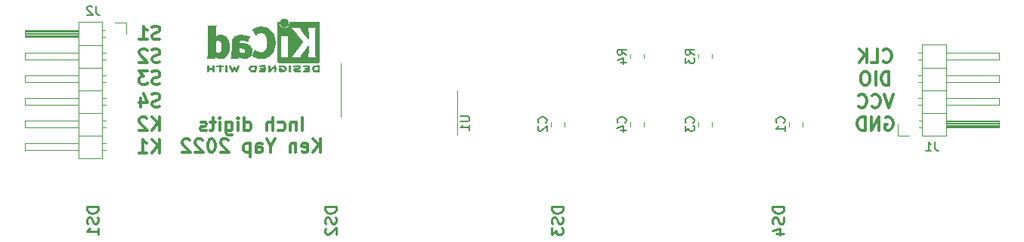
<source format=gbr>
G04 #@! TF.GenerationSoftware,KiCad,Pcbnew,6.0.7*
G04 #@! TF.CreationDate,2022-09-18T12:33:00+10:00*
G04 #@! TF.ProjectId,inchdigits,696e6368-6469-4676-9974-732e6b696361,1*
G04 #@! TF.SameCoordinates,Original*
G04 #@! TF.FileFunction,Legend,Bot*
G04 #@! TF.FilePolarity,Positive*
%FSLAX46Y46*%
G04 Gerber Fmt 4.6, Leading zero omitted, Abs format (unit mm)*
G04 Created by KiCad (PCBNEW 6.0.7) date 2022-09-18 12:33:00*
%MOMM*%
%LPD*%
G01*
G04 APERTURE LIST*
%ADD10C,0.300000*%
%ADD11C,0.254000*%
%ADD12C,0.150000*%
%ADD13C,0.010000*%
%ADD14C,0.120000*%
G04 APERTURE END LIST*
D10*
X101461570Y-93289784D02*
X101247284Y-93361213D01*
X100890141Y-93361213D01*
X100747284Y-93289784D01*
X100675855Y-93218356D01*
X100604427Y-93075499D01*
X100604427Y-92932642D01*
X100675855Y-92789784D01*
X100747284Y-92718356D01*
X100890141Y-92646927D01*
X101175855Y-92575499D01*
X101318713Y-92504070D01*
X101390141Y-92432642D01*
X101461570Y-92289784D01*
X101461570Y-92146927D01*
X101390141Y-92004070D01*
X101318713Y-91932642D01*
X101175855Y-91861213D01*
X100818713Y-91861213D01*
X100604427Y-91932642D01*
X99175855Y-93361213D02*
X100032998Y-93361213D01*
X99604427Y-93361213D02*
X99604427Y-91861213D01*
X99747284Y-92075499D01*
X99890141Y-92218356D01*
X100032998Y-92289784D01*
X101461570Y-95847410D02*
X101247284Y-95918839D01*
X100890141Y-95918839D01*
X100747284Y-95847410D01*
X100675855Y-95775982D01*
X100604427Y-95633125D01*
X100604427Y-95490268D01*
X100675855Y-95347410D01*
X100747284Y-95275982D01*
X100890141Y-95204553D01*
X101175855Y-95133125D01*
X101318713Y-95061696D01*
X101390141Y-94990268D01*
X101461570Y-94847410D01*
X101461570Y-94704553D01*
X101390141Y-94561696D01*
X101318713Y-94490268D01*
X101175855Y-94418839D01*
X100818713Y-94418839D01*
X100604427Y-94490268D01*
X100032998Y-94561696D02*
X99961570Y-94490268D01*
X99818713Y-94418839D01*
X99461570Y-94418839D01*
X99318713Y-94490268D01*
X99247284Y-94561696D01*
X99175855Y-94704553D01*
X99175855Y-94847410D01*
X99247284Y-95061696D01*
X100104427Y-95918839D01*
X99175855Y-95918839D01*
X101461570Y-98329811D02*
X101247284Y-98401240D01*
X100890141Y-98401240D01*
X100747284Y-98329811D01*
X100675855Y-98258383D01*
X100604427Y-98115526D01*
X100604427Y-97972669D01*
X100675855Y-97829811D01*
X100747284Y-97758383D01*
X100890141Y-97686954D01*
X101175855Y-97615526D01*
X101318713Y-97544097D01*
X101390141Y-97472669D01*
X101461570Y-97329811D01*
X101461570Y-97186954D01*
X101390141Y-97044097D01*
X101318713Y-96972669D01*
X101175855Y-96901240D01*
X100818713Y-96901240D01*
X100604427Y-96972669D01*
X100104427Y-96901240D02*
X99175855Y-96901240D01*
X99675855Y-97472669D01*
X99461570Y-97472669D01*
X99318713Y-97544097D01*
X99247284Y-97615526D01*
X99175855Y-97758383D01*
X99175855Y-98115526D01*
X99247284Y-98258383D01*
X99318713Y-98329811D01*
X99461570Y-98401240D01*
X99890141Y-98401240D01*
X100032998Y-98329811D01*
X100104427Y-98258383D01*
X101461570Y-100887437D02*
X101247284Y-100958866D01*
X100890141Y-100958866D01*
X100747284Y-100887437D01*
X100675855Y-100816009D01*
X100604427Y-100673152D01*
X100604427Y-100530295D01*
X100675855Y-100387437D01*
X100747284Y-100316009D01*
X100890141Y-100244580D01*
X101175855Y-100173152D01*
X101318713Y-100101723D01*
X101390141Y-100030295D01*
X101461570Y-99887437D01*
X101461570Y-99744580D01*
X101390141Y-99601723D01*
X101318713Y-99530295D01*
X101175855Y-99458866D01*
X100818713Y-99458866D01*
X100604427Y-99530295D01*
X99318713Y-99958866D02*
X99318713Y-100958866D01*
X99675855Y-99387437D02*
X100032998Y-100458866D01*
X99104427Y-100458866D01*
X101437142Y-103548571D02*
X101437142Y-102048571D01*
X100580000Y-103548571D02*
X101222857Y-102691428D01*
X100580000Y-102048571D02*
X101437142Y-102905714D01*
X100008571Y-102191428D02*
X99937142Y-102120000D01*
X99794285Y-102048571D01*
X99437142Y-102048571D01*
X99294285Y-102120000D01*
X99222857Y-102191428D01*
X99151428Y-102334285D01*
X99151428Y-102477142D01*
X99222857Y-102691428D01*
X100080000Y-103548571D01*
X99151428Y-103548571D01*
X101437142Y-106088571D02*
X101437142Y-104588571D01*
X100580000Y-106088571D02*
X101222857Y-105231428D01*
X100580000Y-104588571D02*
X101437142Y-105445714D01*
X99151428Y-106088571D02*
X100008571Y-106088571D01*
X99580000Y-106088571D02*
X99580000Y-104588571D01*
X99722857Y-104802857D01*
X99865714Y-104945714D01*
X100008571Y-105017142D01*
X183610000Y-99508571D02*
X183110000Y-101008571D01*
X182610000Y-99508571D01*
X181252857Y-100865714D02*
X181324285Y-100937142D01*
X181538571Y-101008571D01*
X181681428Y-101008571D01*
X181895714Y-100937142D01*
X182038571Y-100794285D01*
X182110000Y-100651428D01*
X182181428Y-100365714D01*
X182181428Y-100151428D01*
X182110000Y-99865714D01*
X182038571Y-99722857D01*
X181895714Y-99580000D01*
X181681428Y-99508571D01*
X181538571Y-99508571D01*
X181324285Y-99580000D01*
X181252857Y-99651428D01*
X179752857Y-100865714D02*
X179824285Y-100937142D01*
X180038571Y-101008571D01*
X180181428Y-101008571D01*
X180395714Y-100937142D01*
X180538571Y-100794285D01*
X180610000Y-100651428D01*
X180681428Y-100365714D01*
X180681428Y-100151428D01*
X180610000Y-99865714D01*
X180538571Y-99722857D01*
X180395714Y-99580000D01*
X180181428Y-99508571D01*
X180038571Y-99508571D01*
X179824285Y-99580000D01*
X179752857Y-99651428D01*
X182502857Y-95785714D02*
X182574285Y-95857142D01*
X182788571Y-95928571D01*
X182931428Y-95928571D01*
X183145714Y-95857142D01*
X183288571Y-95714285D01*
X183360000Y-95571428D01*
X183431428Y-95285714D01*
X183431428Y-95071428D01*
X183360000Y-94785714D01*
X183288571Y-94642857D01*
X183145714Y-94500000D01*
X182931428Y-94428571D01*
X182788571Y-94428571D01*
X182574285Y-94500000D01*
X182502857Y-94571428D01*
X181145714Y-95928571D02*
X181860000Y-95928571D01*
X181860000Y-94428571D01*
X180645714Y-95928571D02*
X180645714Y-94428571D01*
X179788571Y-95928571D02*
X180431428Y-95071428D01*
X179788571Y-94428571D02*
X180645714Y-95285714D01*
X183145714Y-98468571D02*
X183145714Y-96968571D01*
X182788571Y-96968571D01*
X182574285Y-97040000D01*
X182431428Y-97182857D01*
X182360000Y-97325714D01*
X182288571Y-97611428D01*
X182288571Y-97825714D01*
X182360000Y-98111428D01*
X182431428Y-98254285D01*
X182574285Y-98397142D01*
X182788571Y-98468571D01*
X183145714Y-98468571D01*
X181645714Y-98468571D02*
X181645714Y-96968571D01*
X180645714Y-96968571D02*
X180360000Y-96968571D01*
X180217142Y-97040000D01*
X180074285Y-97182857D01*
X180002857Y-97468571D01*
X180002857Y-97968571D01*
X180074285Y-98254285D01*
X180217142Y-98397142D01*
X180360000Y-98468571D01*
X180645714Y-98468571D01*
X180788571Y-98397142D01*
X180931428Y-98254285D01*
X181002857Y-97968571D01*
X181002857Y-97468571D01*
X180931428Y-97182857D01*
X180788571Y-97040000D01*
X180645714Y-96968571D01*
X117438571Y-103611071D02*
X117438571Y-102111071D01*
X116724285Y-102611071D02*
X116724285Y-103611071D01*
X116724285Y-102753928D02*
X116652857Y-102682500D01*
X116510000Y-102611071D01*
X116295714Y-102611071D01*
X116152857Y-102682500D01*
X116081428Y-102825357D01*
X116081428Y-103611071D01*
X114724285Y-103539642D02*
X114867142Y-103611071D01*
X115152857Y-103611071D01*
X115295714Y-103539642D01*
X115367142Y-103468214D01*
X115438571Y-103325357D01*
X115438571Y-102896785D01*
X115367142Y-102753928D01*
X115295714Y-102682500D01*
X115152857Y-102611071D01*
X114867142Y-102611071D01*
X114724285Y-102682500D01*
X114081428Y-103611071D02*
X114081428Y-102111071D01*
X113438571Y-103611071D02*
X113438571Y-102825357D01*
X113510000Y-102682500D01*
X113652857Y-102611071D01*
X113867142Y-102611071D01*
X114010000Y-102682500D01*
X114081428Y-102753928D01*
X110938571Y-103611071D02*
X110938571Y-102111071D01*
X110938571Y-103539642D02*
X111081428Y-103611071D01*
X111367142Y-103611071D01*
X111510000Y-103539642D01*
X111581428Y-103468214D01*
X111652857Y-103325357D01*
X111652857Y-102896785D01*
X111581428Y-102753928D01*
X111510000Y-102682500D01*
X111367142Y-102611071D01*
X111081428Y-102611071D01*
X110938571Y-102682500D01*
X110224285Y-103611071D02*
X110224285Y-102611071D01*
X110224285Y-102111071D02*
X110295714Y-102182500D01*
X110224285Y-102253928D01*
X110152857Y-102182500D01*
X110224285Y-102111071D01*
X110224285Y-102253928D01*
X108867142Y-102611071D02*
X108867142Y-103825357D01*
X108938571Y-103968214D01*
X109010000Y-104039642D01*
X109152857Y-104111071D01*
X109367142Y-104111071D01*
X109510000Y-104039642D01*
X108867142Y-103539642D02*
X109010000Y-103611071D01*
X109295714Y-103611071D01*
X109438571Y-103539642D01*
X109510000Y-103468214D01*
X109581428Y-103325357D01*
X109581428Y-102896785D01*
X109510000Y-102753928D01*
X109438571Y-102682500D01*
X109295714Y-102611071D01*
X109010000Y-102611071D01*
X108867142Y-102682500D01*
X108152857Y-103611071D02*
X108152857Y-102611071D01*
X108152857Y-102111071D02*
X108224285Y-102182500D01*
X108152857Y-102253928D01*
X108081428Y-102182500D01*
X108152857Y-102111071D01*
X108152857Y-102253928D01*
X107652857Y-102611071D02*
X107081428Y-102611071D01*
X107438571Y-102111071D02*
X107438571Y-103396785D01*
X107367142Y-103539642D01*
X107224285Y-103611071D01*
X107081428Y-103611071D01*
X106652857Y-103539642D02*
X106510000Y-103611071D01*
X106224285Y-103611071D01*
X106081428Y-103539642D01*
X106010000Y-103396785D01*
X106010000Y-103325357D01*
X106081428Y-103182500D01*
X106224285Y-103111071D01*
X106438571Y-103111071D01*
X106581428Y-103039642D01*
X106652857Y-102896785D01*
X106652857Y-102825357D01*
X106581428Y-102682500D01*
X106438571Y-102611071D01*
X106224285Y-102611071D01*
X106081428Y-102682500D01*
X119474285Y-106026071D02*
X119474285Y-104526071D01*
X118617142Y-106026071D02*
X119260000Y-105168928D01*
X118617142Y-104526071D02*
X119474285Y-105383214D01*
X117402857Y-105954642D02*
X117545714Y-106026071D01*
X117831428Y-106026071D01*
X117974285Y-105954642D01*
X118045714Y-105811785D01*
X118045714Y-105240357D01*
X117974285Y-105097500D01*
X117831428Y-105026071D01*
X117545714Y-105026071D01*
X117402857Y-105097500D01*
X117331428Y-105240357D01*
X117331428Y-105383214D01*
X118045714Y-105526071D01*
X116688571Y-105026071D02*
X116688571Y-106026071D01*
X116688571Y-105168928D02*
X116617142Y-105097500D01*
X116474285Y-105026071D01*
X116260000Y-105026071D01*
X116117142Y-105097500D01*
X116045714Y-105240357D01*
X116045714Y-106026071D01*
X113902857Y-105311785D02*
X113902857Y-106026071D01*
X114402857Y-104526071D02*
X113902857Y-105311785D01*
X113402857Y-104526071D01*
X112260000Y-106026071D02*
X112260000Y-105240357D01*
X112331428Y-105097500D01*
X112474285Y-105026071D01*
X112760000Y-105026071D01*
X112902857Y-105097500D01*
X112260000Y-105954642D02*
X112402857Y-106026071D01*
X112760000Y-106026071D01*
X112902857Y-105954642D01*
X112974285Y-105811785D01*
X112974285Y-105668928D01*
X112902857Y-105526071D01*
X112760000Y-105454642D01*
X112402857Y-105454642D01*
X112260000Y-105383214D01*
X111545714Y-105026071D02*
X111545714Y-106526071D01*
X111545714Y-105097500D02*
X111402857Y-105026071D01*
X111117142Y-105026071D01*
X110974285Y-105097500D01*
X110902857Y-105168928D01*
X110831428Y-105311785D01*
X110831428Y-105740357D01*
X110902857Y-105883214D01*
X110974285Y-105954642D01*
X111117142Y-106026071D01*
X111402857Y-106026071D01*
X111545714Y-105954642D01*
X109117142Y-104668928D02*
X109045714Y-104597500D01*
X108902857Y-104526071D01*
X108545714Y-104526071D01*
X108402857Y-104597500D01*
X108331428Y-104668928D01*
X108260000Y-104811785D01*
X108260000Y-104954642D01*
X108331428Y-105168928D01*
X109188571Y-106026071D01*
X108260000Y-106026071D01*
X107331428Y-104526071D02*
X107188571Y-104526071D01*
X107045714Y-104597500D01*
X106974285Y-104668928D01*
X106902857Y-104811785D01*
X106831428Y-105097500D01*
X106831428Y-105454642D01*
X106902857Y-105740357D01*
X106974285Y-105883214D01*
X107045714Y-105954642D01*
X107188571Y-106026071D01*
X107331428Y-106026071D01*
X107474285Y-105954642D01*
X107545714Y-105883214D01*
X107617142Y-105740357D01*
X107688571Y-105454642D01*
X107688571Y-105097500D01*
X107617142Y-104811785D01*
X107545714Y-104668928D01*
X107474285Y-104597500D01*
X107331428Y-104526071D01*
X106260000Y-104668928D02*
X106188571Y-104597500D01*
X106045714Y-104526071D01*
X105688571Y-104526071D01*
X105545714Y-104597500D01*
X105474285Y-104668928D01*
X105402857Y-104811785D01*
X105402857Y-104954642D01*
X105474285Y-105168928D01*
X106331428Y-106026071D01*
X105402857Y-106026071D01*
X104831428Y-104668928D02*
X104760000Y-104597500D01*
X104617142Y-104526071D01*
X104260000Y-104526071D01*
X104117142Y-104597500D01*
X104045714Y-104668928D01*
X103974285Y-104811785D01*
X103974285Y-104954642D01*
X104045714Y-105168928D01*
X104902857Y-106026071D01*
X103974285Y-106026071D01*
X182752857Y-102120000D02*
X182895714Y-102048571D01*
X183110000Y-102048571D01*
X183324285Y-102120000D01*
X183467142Y-102262857D01*
X183538571Y-102405714D01*
X183610000Y-102691428D01*
X183610000Y-102905714D01*
X183538571Y-103191428D01*
X183467142Y-103334285D01*
X183324285Y-103477142D01*
X183110000Y-103548571D01*
X182967142Y-103548571D01*
X182752857Y-103477142D01*
X182681428Y-103405714D01*
X182681428Y-102905714D01*
X182967142Y-102905714D01*
X182038571Y-103548571D02*
X182038571Y-102048571D01*
X181181428Y-103548571D01*
X181181428Y-102048571D01*
X180467142Y-103548571D02*
X180467142Y-102048571D01*
X180110000Y-102048571D01*
X179895714Y-102120000D01*
X179752857Y-102262857D01*
X179681428Y-102405714D01*
X179610000Y-102691428D01*
X179610000Y-102905714D01*
X179681428Y-103191428D01*
X179752857Y-103334285D01*
X179895714Y-103477142D01*
X180110000Y-103548571D01*
X180467142Y-103548571D01*
D11*
X94554523Y-112122857D02*
X93284523Y-112122857D01*
X93284523Y-112425238D01*
X93345000Y-112606666D01*
X93465952Y-112727619D01*
X93586904Y-112788095D01*
X93828809Y-112848571D01*
X94010238Y-112848571D01*
X94252142Y-112788095D01*
X94373095Y-112727619D01*
X94494047Y-112606666D01*
X94554523Y-112425238D01*
X94554523Y-112122857D01*
X94494047Y-113332380D02*
X94554523Y-113513809D01*
X94554523Y-113816190D01*
X94494047Y-113937142D01*
X94433571Y-113997619D01*
X94312619Y-114058095D01*
X94191666Y-114058095D01*
X94070714Y-113997619D01*
X94010238Y-113937142D01*
X93949761Y-113816190D01*
X93889285Y-113574285D01*
X93828809Y-113453333D01*
X93768333Y-113392857D01*
X93647380Y-113332380D01*
X93526428Y-113332380D01*
X93405476Y-113392857D01*
X93345000Y-113453333D01*
X93284523Y-113574285D01*
X93284523Y-113876666D01*
X93345000Y-114058095D01*
X94554523Y-115267619D02*
X94554523Y-114541904D01*
X94554523Y-114904761D02*
X93284523Y-114904761D01*
X93465952Y-114783809D01*
X93586904Y-114662857D01*
X93647380Y-114541904D01*
X121224523Y-112122857D02*
X119954523Y-112122857D01*
X119954523Y-112425238D01*
X120015000Y-112606666D01*
X120135952Y-112727619D01*
X120256904Y-112788095D01*
X120498809Y-112848571D01*
X120680238Y-112848571D01*
X120922142Y-112788095D01*
X121043095Y-112727619D01*
X121164047Y-112606666D01*
X121224523Y-112425238D01*
X121224523Y-112122857D01*
X121164047Y-113332380D02*
X121224523Y-113513809D01*
X121224523Y-113816190D01*
X121164047Y-113937142D01*
X121103571Y-113997619D01*
X120982619Y-114058095D01*
X120861666Y-114058095D01*
X120740714Y-113997619D01*
X120680238Y-113937142D01*
X120619761Y-113816190D01*
X120559285Y-113574285D01*
X120498809Y-113453333D01*
X120438333Y-113392857D01*
X120317380Y-113332380D01*
X120196428Y-113332380D01*
X120075476Y-113392857D01*
X120015000Y-113453333D01*
X119954523Y-113574285D01*
X119954523Y-113876666D01*
X120015000Y-114058095D01*
X120075476Y-114541904D02*
X120015000Y-114602380D01*
X119954523Y-114723333D01*
X119954523Y-115025714D01*
X120015000Y-115146666D01*
X120075476Y-115207142D01*
X120196428Y-115267619D01*
X120317380Y-115267619D01*
X120498809Y-115207142D01*
X121224523Y-114481428D01*
X121224523Y-115267619D01*
X171389523Y-112122857D02*
X170119523Y-112122857D01*
X170119523Y-112425238D01*
X170180000Y-112606666D01*
X170300952Y-112727619D01*
X170421904Y-112788095D01*
X170663809Y-112848571D01*
X170845238Y-112848571D01*
X171087142Y-112788095D01*
X171208095Y-112727619D01*
X171329047Y-112606666D01*
X171389523Y-112425238D01*
X171389523Y-112122857D01*
X171329047Y-113332380D02*
X171389523Y-113513809D01*
X171389523Y-113816190D01*
X171329047Y-113937142D01*
X171268571Y-113997619D01*
X171147619Y-114058095D01*
X171026666Y-114058095D01*
X170905714Y-113997619D01*
X170845238Y-113937142D01*
X170784761Y-113816190D01*
X170724285Y-113574285D01*
X170663809Y-113453333D01*
X170603333Y-113392857D01*
X170482380Y-113332380D01*
X170361428Y-113332380D01*
X170240476Y-113392857D01*
X170180000Y-113453333D01*
X170119523Y-113574285D01*
X170119523Y-113876666D01*
X170180000Y-114058095D01*
X170542857Y-115146666D02*
X171389523Y-115146666D01*
X170059047Y-114844285D02*
X170966190Y-114541904D01*
X170966190Y-115328095D01*
X146624523Y-112122857D02*
X145354523Y-112122857D01*
X145354523Y-112425238D01*
X145415000Y-112606666D01*
X145535952Y-112727619D01*
X145656904Y-112788095D01*
X145898809Y-112848571D01*
X146080238Y-112848571D01*
X146322142Y-112788095D01*
X146443095Y-112727619D01*
X146564047Y-112606666D01*
X146624523Y-112425238D01*
X146624523Y-112122857D01*
X146564047Y-113332380D02*
X146624523Y-113513809D01*
X146624523Y-113816190D01*
X146564047Y-113937142D01*
X146503571Y-113997619D01*
X146382619Y-114058095D01*
X146261666Y-114058095D01*
X146140714Y-113997619D01*
X146080238Y-113937142D01*
X146019761Y-113816190D01*
X145959285Y-113574285D01*
X145898809Y-113453333D01*
X145838333Y-113392857D01*
X145717380Y-113332380D01*
X145596428Y-113332380D01*
X145475476Y-113392857D01*
X145415000Y-113453333D01*
X145354523Y-113574285D01*
X145354523Y-113876666D01*
X145415000Y-114058095D01*
X145354523Y-114481428D02*
X145354523Y-115267619D01*
X145838333Y-114844285D01*
X145838333Y-115025714D01*
X145898809Y-115146666D01*
X145959285Y-115207142D01*
X146080238Y-115267619D01*
X146382619Y-115267619D01*
X146503571Y-115207142D01*
X146564047Y-115146666D01*
X146624523Y-115025714D01*
X146624523Y-114662857D01*
X146564047Y-114541904D01*
X146503571Y-114481428D01*
D12*
X171397142Y-102703333D02*
X171444761Y-102655714D01*
X171492380Y-102512857D01*
X171492380Y-102417619D01*
X171444761Y-102274761D01*
X171349523Y-102179523D01*
X171254285Y-102131904D01*
X171063809Y-102084285D01*
X170920952Y-102084285D01*
X170730476Y-102131904D01*
X170635238Y-102179523D01*
X170540000Y-102274761D01*
X170492380Y-102417619D01*
X170492380Y-102512857D01*
X170540000Y-102655714D01*
X170587619Y-102703333D01*
X171492380Y-103655714D02*
X171492380Y-103084285D01*
X171492380Y-103370000D02*
X170492380Y-103370000D01*
X170635238Y-103274761D01*
X170730476Y-103179523D01*
X170778095Y-103084285D01*
X161237142Y-102703333D02*
X161284761Y-102655714D01*
X161332380Y-102512857D01*
X161332380Y-102417619D01*
X161284761Y-102274761D01*
X161189523Y-102179523D01*
X161094285Y-102131904D01*
X160903809Y-102084285D01*
X160760952Y-102084285D01*
X160570476Y-102131904D01*
X160475238Y-102179523D01*
X160380000Y-102274761D01*
X160332380Y-102417619D01*
X160332380Y-102512857D01*
X160380000Y-102655714D01*
X160427619Y-102703333D01*
X160332380Y-103036666D02*
X160332380Y-103655714D01*
X160713333Y-103322380D01*
X160713333Y-103465238D01*
X160760952Y-103560476D01*
X160808571Y-103608095D01*
X160903809Y-103655714D01*
X161141904Y-103655714D01*
X161237142Y-103608095D01*
X161284761Y-103560476D01*
X161332380Y-103465238D01*
X161332380Y-103179523D01*
X161284761Y-103084285D01*
X161237142Y-103036666D01*
X188293333Y-104862380D02*
X188293333Y-105576666D01*
X188340952Y-105719523D01*
X188436190Y-105814761D01*
X188579047Y-105862380D01*
X188674285Y-105862380D01*
X187293333Y-105862380D02*
X187864761Y-105862380D01*
X187579047Y-105862380D02*
X187579047Y-104862380D01*
X187674285Y-105005238D01*
X187769523Y-105100476D01*
X187864761Y-105148095D01*
X153742380Y-95083333D02*
X153266190Y-94750000D01*
X153742380Y-94511904D02*
X152742380Y-94511904D01*
X152742380Y-94892857D01*
X152790000Y-94988095D01*
X152837619Y-95035714D01*
X152932857Y-95083333D01*
X153075714Y-95083333D01*
X153170952Y-95035714D01*
X153218571Y-94988095D01*
X153266190Y-94892857D01*
X153266190Y-94511904D01*
X153075714Y-95940476D02*
X153742380Y-95940476D01*
X152694761Y-95702380D02*
X153409047Y-95464285D01*
X153409047Y-96083333D01*
X161362380Y-95083333D02*
X160886190Y-94750000D01*
X161362380Y-94511904D02*
X160362380Y-94511904D01*
X160362380Y-94892857D01*
X160410000Y-94988095D01*
X160457619Y-95035714D01*
X160552857Y-95083333D01*
X160695714Y-95083333D01*
X160790952Y-95035714D01*
X160838571Y-94988095D01*
X160886190Y-94892857D01*
X160886190Y-94511904D01*
X160362380Y-95416666D02*
X160362380Y-96035714D01*
X160743333Y-95702380D01*
X160743333Y-95845238D01*
X160790952Y-95940476D01*
X160838571Y-95988095D01*
X160933809Y-96035714D01*
X161171904Y-96035714D01*
X161267142Y-95988095D01*
X161314761Y-95940476D01*
X161362380Y-95845238D01*
X161362380Y-95559523D01*
X161314761Y-95464285D01*
X161267142Y-95416666D01*
X135142380Y-101988095D02*
X135951904Y-101988095D01*
X136047142Y-102035714D01*
X136094761Y-102083333D01*
X136142380Y-102178571D01*
X136142380Y-102369047D01*
X136094761Y-102464285D01*
X136047142Y-102511904D01*
X135951904Y-102559523D01*
X135142380Y-102559523D01*
X136142380Y-103559523D02*
X136142380Y-102988095D01*
X136142380Y-103273809D02*
X135142380Y-103273809D01*
X135285238Y-103178571D01*
X135380476Y-103083333D01*
X135428095Y-102988095D01*
X144727142Y-102703333D02*
X144774761Y-102655714D01*
X144822380Y-102512857D01*
X144822380Y-102417619D01*
X144774761Y-102274761D01*
X144679523Y-102179523D01*
X144584285Y-102131904D01*
X144393809Y-102084285D01*
X144250952Y-102084285D01*
X144060476Y-102131904D01*
X143965238Y-102179523D01*
X143870000Y-102274761D01*
X143822380Y-102417619D01*
X143822380Y-102512857D01*
X143870000Y-102655714D01*
X143917619Y-102703333D01*
X143917619Y-103084285D02*
X143870000Y-103131904D01*
X143822380Y-103227142D01*
X143822380Y-103465238D01*
X143870000Y-103560476D01*
X143917619Y-103608095D01*
X144012857Y-103655714D01*
X144108095Y-103655714D01*
X144250952Y-103608095D01*
X144822380Y-103036666D01*
X144822380Y-103655714D01*
X153617142Y-102703333D02*
X153664761Y-102655714D01*
X153712380Y-102512857D01*
X153712380Y-102417619D01*
X153664761Y-102274761D01*
X153569523Y-102179523D01*
X153474285Y-102131904D01*
X153283809Y-102084285D01*
X153140952Y-102084285D01*
X152950476Y-102131904D01*
X152855238Y-102179523D01*
X152760000Y-102274761D01*
X152712380Y-102417619D01*
X152712380Y-102512857D01*
X152760000Y-102655714D01*
X152807619Y-102703333D01*
X153045714Y-103560476D02*
X153712380Y-103560476D01*
X152664761Y-103322380D02*
X153379047Y-103084285D01*
X153379047Y-103703333D01*
X94313333Y-89622380D02*
X94313333Y-90336666D01*
X94360952Y-90479523D01*
X94456190Y-90574761D01*
X94599047Y-90622380D01*
X94694285Y-90622380D01*
X93884761Y-89717619D02*
X93837142Y-89670000D01*
X93741904Y-89622380D01*
X93503809Y-89622380D01*
X93408571Y-89670000D01*
X93360952Y-89717619D01*
X93313333Y-89812857D01*
X93313333Y-89908095D01*
X93360952Y-90050952D01*
X93932380Y-90622380D01*
X93313333Y-90622380D01*
G36*
X109215268Y-94300158D02*
G01*
X109206689Y-94451594D01*
X109187833Y-94588283D01*
X109157837Y-94714276D01*
X109115836Y-94833625D01*
X109060969Y-94950381D01*
X108994167Y-95061179D01*
X108903363Y-95174739D01*
X108799708Y-95270211D01*
X108683887Y-95347073D01*
X108556586Y-95404797D01*
X108418489Y-95442858D01*
X108380793Y-95448666D01*
X108301752Y-95454396D01*
X108213629Y-95454583D01*
X108124236Y-95449539D01*
X108041384Y-95439578D01*
X107972887Y-95425012D01*
X107942035Y-95415364D01*
X107864730Y-95385123D01*
X107787679Y-95347617D01*
X107718200Y-95306614D01*
X107663615Y-95265879D01*
X107640916Y-95246505D01*
X107618201Y-95228662D01*
X107606779Y-95221778D01*
X107605537Y-95223424D01*
X107602728Y-95241205D01*
X107600776Y-95274370D01*
X107600045Y-95317733D01*
X107600045Y-95413689D01*
X106741896Y-95413689D01*
X106776161Y-95352974D01*
X106781355Y-95343868D01*
X106789715Y-95329249D01*
X106797288Y-95315173D01*
X106804112Y-95300540D01*
X106810227Y-95284249D01*
X106815673Y-95265198D01*
X106820487Y-95242286D01*
X106824708Y-95214413D01*
X106828377Y-95180478D01*
X106831531Y-95139379D01*
X106834211Y-95090015D01*
X106836454Y-95031286D01*
X106838299Y-94962090D01*
X106839787Y-94881326D01*
X106840955Y-94787894D01*
X106841678Y-94700721D01*
X107645200Y-94700721D01*
X107715756Y-94747089D01*
X107756417Y-94770791D01*
X107810546Y-94796639D01*
X107859689Y-94814829D01*
X107923165Y-94830551D01*
X108019331Y-94841541D01*
X108103900Y-94833365D01*
X108177219Y-94805805D01*
X108239637Y-94758642D01*
X108291502Y-94691658D01*
X108333160Y-94604633D01*
X108364962Y-94497350D01*
X108367545Y-94485009D01*
X108376000Y-94423772D01*
X108381663Y-94346692D01*
X108384576Y-94259002D01*
X108384783Y-94165934D01*
X108382330Y-94072720D01*
X108377261Y-93984594D01*
X108369619Y-93906788D01*
X108359448Y-93844533D01*
X108358167Y-93838666D01*
X108329126Y-93728121D01*
X108294610Y-93637575D01*
X108253456Y-93564953D01*
X108204499Y-93508181D01*
X108146574Y-93465184D01*
X108114620Y-93449615D01*
X108041784Y-93430722D01*
X107960443Y-93427465D01*
X107875319Y-93439389D01*
X107791133Y-93466040D01*
X107712608Y-93506962D01*
X107645200Y-93550530D01*
X107645200Y-94700721D01*
X106841678Y-94700721D01*
X106841844Y-94680692D01*
X106842491Y-94558620D01*
X106842936Y-94420576D01*
X106843218Y-94265459D01*
X106843375Y-94092168D01*
X106843448Y-93899603D01*
X106843474Y-93686662D01*
X106843493Y-93452245D01*
X106843689Y-91767378D01*
X107749017Y-91767378D01*
X107724585Y-91804067D01*
X107718318Y-91813647D01*
X107692208Y-91859981D01*
X107674469Y-91907102D01*
X107662908Y-91962251D01*
X107655331Y-92032667D01*
X107654839Y-92039650D01*
X107653062Y-92077641D01*
X107651444Y-92131576D01*
X107649999Y-92198703D01*
X107648740Y-92276271D01*
X107647680Y-92361528D01*
X107646829Y-92451724D01*
X107646203Y-92544107D01*
X107645812Y-92635925D01*
X107645670Y-92724427D01*
X107645790Y-92806862D01*
X107646183Y-92880479D01*
X107646862Y-92942526D01*
X107647841Y-92990251D01*
X107649132Y-93020904D01*
X107650747Y-93031733D01*
X107658957Y-93027333D01*
X107680647Y-93012362D01*
X107710014Y-92990448D01*
X107758879Y-92956236D01*
X107847125Y-92909714D01*
X107945916Y-92876046D01*
X108058510Y-92854231D01*
X108188164Y-92843265D01*
X108280670Y-92842219D01*
X108402011Y-92852014D01*
X108512099Y-92876174D01*
X108615389Y-92915785D01*
X108716338Y-92971932D01*
X108761503Y-93002883D01*
X108866911Y-93094115D01*
X108958538Y-93203106D01*
X109036332Y-93329726D01*
X109100241Y-93473845D01*
X109150214Y-93635332D01*
X109186198Y-93814059D01*
X109208143Y-94009895D01*
X109213900Y-94165934D01*
X109215994Y-94222711D01*
X109215268Y-94300158D01*
G37*
D13*
X109215268Y-94300158D02*
X109206689Y-94451594D01*
X109187833Y-94588283D01*
X109157837Y-94714276D01*
X109115836Y-94833625D01*
X109060969Y-94950381D01*
X108994167Y-95061179D01*
X108903363Y-95174739D01*
X108799708Y-95270211D01*
X108683887Y-95347073D01*
X108556586Y-95404797D01*
X108418489Y-95442858D01*
X108380793Y-95448666D01*
X108301752Y-95454396D01*
X108213629Y-95454583D01*
X108124236Y-95449539D01*
X108041384Y-95439578D01*
X107972887Y-95425012D01*
X107942035Y-95415364D01*
X107864730Y-95385123D01*
X107787679Y-95347617D01*
X107718200Y-95306614D01*
X107663615Y-95265879D01*
X107640916Y-95246505D01*
X107618201Y-95228662D01*
X107606779Y-95221778D01*
X107605537Y-95223424D01*
X107602728Y-95241205D01*
X107600776Y-95274370D01*
X107600045Y-95317733D01*
X107600045Y-95413689D01*
X106741896Y-95413689D01*
X106776161Y-95352974D01*
X106781355Y-95343868D01*
X106789715Y-95329249D01*
X106797288Y-95315173D01*
X106804112Y-95300540D01*
X106810227Y-95284249D01*
X106815673Y-95265198D01*
X106820487Y-95242286D01*
X106824708Y-95214413D01*
X106828377Y-95180478D01*
X106831531Y-95139379D01*
X106834211Y-95090015D01*
X106836454Y-95031286D01*
X106838299Y-94962090D01*
X106839787Y-94881326D01*
X106840955Y-94787894D01*
X106841678Y-94700721D01*
X107645200Y-94700721D01*
X107715756Y-94747089D01*
X107756417Y-94770791D01*
X107810546Y-94796639D01*
X107859689Y-94814829D01*
X107923165Y-94830551D01*
X108019331Y-94841541D01*
X108103900Y-94833365D01*
X108177219Y-94805805D01*
X108239637Y-94758642D01*
X108291502Y-94691658D01*
X108333160Y-94604633D01*
X108364962Y-94497350D01*
X108367545Y-94485009D01*
X108376000Y-94423772D01*
X108381663Y-94346692D01*
X108384576Y-94259002D01*
X108384783Y-94165934D01*
X108382330Y-94072720D01*
X108377261Y-93984594D01*
X108369619Y-93906788D01*
X108359448Y-93844533D01*
X108358167Y-93838666D01*
X108329126Y-93728121D01*
X108294610Y-93637575D01*
X108253456Y-93564953D01*
X108204499Y-93508181D01*
X108146574Y-93465184D01*
X108114620Y-93449615D01*
X108041784Y-93430722D01*
X107960443Y-93427465D01*
X107875319Y-93439389D01*
X107791133Y-93466040D01*
X107712608Y-93506962D01*
X107645200Y-93550530D01*
X107645200Y-94700721D01*
X106841678Y-94700721D01*
X106841844Y-94680692D01*
X106842491Y-94558620D01*
X106842936Y-94420576D01*
X106843218Y-94265459D01*
X106843375Y-94092168D01*
X106843448Y-93899603D01*
X106843474Y-93686662D01*
X106843493Y-93452245D01*
X106843689Y-91767378D01*
X107749017Y-91767378D01*
X107724585Y-91804067D01*
X107718318Y-91813647D01*
X107692208Y-91859981D01*
X107674469Y-91907102D01*
X107662908Y-91962251D01*
X107655331Y-92032667D01*
X107654839Y-92039650D01*
X107653062Y-92077641D01*
X107651444Y-92131576D01*
X107649999Y-92198703D01*
X107648740Y-92276271D01*
X107647680Y-92361528D01*
X107646829Y-92451724D01*
X107646203Y-92544107D01*
X107645812Y-92635925D01*
X107645670Y-92724427D01*
X107645790Y-92806862D01*
X107646183Y-92880479D01*
X107646862Y-92942526D01*
X107647841Y-92990251D01*
X107649132Y-93020904D01*
X107650747Y-93031733D01*
X107658957Y-93027333D01*
X107680647Y-93012362D01*
X107710014Y-92990448D01*
X107758879Y-92956236D01*
X107847125Y-92909714D01*
X107945916Y-92876046D01*
X108058510Y-92854231D01*
X108188164Y-92843265D01*
X108280670Y-92842219D01*
X108402011Y-92852014D01*
X108512099Y-92876174D01*
X108615389Y-92915785D01*
X108716338Y-92971932D01*
X108761503Y-93002883D01*
X108866911Y-93094115D01*
X108958538Y-93203106D01*
X109036332Y-93329726D01*
X109100241Y-93473845D01*
X109150214Y-93635332D01*
X109186198Y-93814059D01*
X109208143Y-94009895D01*
X109213900Y-94165934D01*
X109215994Y-94222711D01*
X109215268Y-94300158D01*
G36*
X108185767Y-96249068D02*
G01*
X108279890Y-96249158D01*
X108354405Y-96249498D01*
X108411811Y-96250239D01*
X108454611Y-96251535D01*
X108485304Y-96253537D01*
X108506391Y-96256396D01*
X108520373Y-96260266D01*
X108529750Y-96265298D01*
X108537022Y-96271645D01*
X108555828Y-96304362D01*
X108557275Y-96341939D01*
X108540917Y-96375178D01*
X108539557Y-96376631D01*
X108528354Y-96384992D01*
X108511252Y-96390547D01*
X108484082Y-96393840D01*
X108442678Y-96395418D01*
X108382873Y-96395822D01*
X108243511Y-96395822D01*
X108243511Y-96659589D01*
X108243436Y-96735417D01*
X108243028Y-96802083D01*
X108242046Y-96851867D01*
X108240250Y-96887784D01*
X108237399Y-96912850D01*
X108233253Y-96930081D01*
X108227571Y-96942492D01*
X108220114Y-96953100D01*
X108217824Y-96955906D01*
X108186646Y-96978548D01*
X108152266Y-96980112D01*
X108119334Y-96960267D01*
X108112355Y-96952191D01*
X108106883Y-96941593D01*
X108102863Y-96925749D01*
X108100072Y-96901773D01*
X108098288Y-96866774D01*
X108097289Y-96817864D01*
X108096852Y-96752154D01*
X108096756Y-96666756D01*
X108096756Y-96395822D01*
X107950820Y-96395822D01*
X107939720Y-96395821D01*
X107883202Y-96395596D01*
X107844358Y-96394457D01*
X107818965Y-96391657D01*
X107802804Y-96386450D01*
X107791652Y-96378089D01*
X107781289Y-96365826D01*
X107765441Y-96335138D01*
X107768543Y-96301358D01*
X107794187Y-96268822D01*
X107799129Y-96265105D01*
X107809338Y-96260269D01*
X107824764Y-96256506D01*
X107847886Y-96253683D01*
X107881183Y-96251670D01*
X107927137Y-96250333D01*
X107988228Y-96249542D01*
X108066935Y-96249163D01*
X108165740Y-96249067D01*
X108185767Y-96249068D01*
G37*
X108185767Y-96249068D02*
X108279890Y-96249158D01*
X108354405Y-96249498D01*
X108411811Y-96250239D01*
X108454611Y-96251535D01*
X108485304Y-96253537D01*
X108506391Y-96256396D01*
X108520373Y-96260266D01*
X108529750Y-96265298D01*
X108537022Y-96271645D01*
X108555828Y-96304362D01*
X108557275Y-96341939D01*
X108540917Y-96375178D01*
X108539557Y-96376631D01*
X108528354Y-96384992D01*
X108511252Y-96390547D01*
X108484082Y-96393840D01*
X108442678Y-96395418D01*
X108382873Y-96395822D01*
X108243511Y-96395822D01*
X108243511Y-96659589D01*
X108243436Y-96735417D01*
X108243028Y-96802083D01*
X108242046Y-96851867D01*
X108240250Y-96887784D01*
X108237399Y-96912850D01*
X108233253Y-96930081D01*
X108227571Y-96942492D01*
X108220114Y-96953100D01*
X108217824Y-96955906D01*
X108186646Y-96978548D01*
X108152266Y-96980112D01*
X108119334Y-96960267D01*
X108112355Y-96952191D01*
X108106883Y-96941593D01*
X108102863Y-96925749D01*
X108100072Y-96901773D01*
X108098288Y-96866774D01*
X108097289Y-96817864D01*
X108096852Y-96752154D01*
X108096756Y-96666756D01*
X108096756Y-96395822D01*
X107950820Y-96395822D01*
X107939720Y-96395821D01*
X107883202Y-96395596D01*
X107844358Y-96394457D01*
X107818965Y-96391657D01*
X107802804Y-96386450D01*
X107791652Y-96378089D01*
X107781289Y-96365826D01*
X107765441Y-96335138D01*
X107768543Y-96301358D01*
X107794187Y-96268822D01*
X107799129Y-96265105D01*
X107809338Y-96260269D01*
X107824764Y-96256506D01*
X107847886Y-96253683D01*
X107881183Y-96251670D01*
X107927137Y-96250333D01*
X107988228Y-96249542D01*
X108066935Y-96249163D01*
X108165740Y-96249067D01*
X108185767Y-96249068D01*
G36*
X119306870Y-96515041D02*
G01*
X119306622Y-96615956D01*
X119306583Y-96691617D01*
X119306328Y-96769526D01*
X119305684Y-96829536D01*
X119304480Y-96874264D01*
X119302543Y-96906326D01*
X119299703Y-96928340D01*
X119295788Y-96942924D01*
X119290626Y-96952694D01*
X119284045Y-96960267D01*
X119277077Y-96966501D01*
X119264079Y-96973801D01*
X119244931Y-96978554D01*
X119215528Y-96981292D01*
X119171762Y-96982545D01*
X119109528Y-96982845D01*
X119060582Y-96982469D01*
X118953722Y-96978041D01*
X118864494Y-96967953D01*
X118789696Y-96951365D01*
X118726125Y-96927435D01*
X118670579Y-96895321D01*
X118619854Y-96854182D01*
X118613866Y-96848330D01*
X118576999Y-96799821D01*
X118545899Y-96739013D01*
X118524417Y-96674769D01*
X118519136Y-96636026D01*
X118666353Y-96636026D01*
X118684635Y-96686961D01*
X118714305Y-96732878D01*
X118761002Y-96775287D01*
X118822392Y-96805090D01*
X118901538Y-96824226D01*
X118903028Y-96824464D01*
X118951999Y-96830256D01*
X119010693Y-96834396D01*
X119066734Y-96836004D01*
X119159867Y-96836089D01*
X119159867Y-96395822D01*
X119083667Y-96395808D01*
X119080639Y-96395817D01*
X119029519Y-96397782D01*
X118969416Y-96402507D01*
X118912708Y-96409035D01*
X118862750Y-96418331D01*
X118787998Y-96444600D01*
X118730489Y-96483899D01*
X118688988Y-96536933D01*
X118667771Y-96588200D01*
X118666353Y-96636026D01*
X118519136Y-96636026D01*
X118516400Y-96615956D01*
X118517679Y-96594739D01*
X118529991Y-96537323D01*
X118552520Y-96477413D01*
X118581750Y-96423363D01*
X118614167Y-96383532D01*
X118633708Y-96366510D01*
X118688420Y-96327322D01*
X118748723Y-96297193D01*
X118817919Y-96275232D01*
X118899311Y-96260550D01*
X118996200Y-96252259D01*
X119111889Y-96249467D01*
X119151371Y-96249066D01*
X119197082Y-96248653D01*
X119232883Y-96250457D01*
X119259974Y-96256739D01*
X119279556Y-96269759D01*
X119292830Y-96291778D01*
X119300998Y-96325055D01*
X119305260Y-96371851D01*
X119305857Y-96395822D01*
X119306817Y-96434427D01*
X119306870Y-96515041D01*
G37*
X119306870Y-96515041D02*
X119306622Y-96615956D01*
X119306583Y-96691617D01*
X119306328Y-96769526D01*
X119305684Y-96829536D01*
X119304480Y-96874264D01*
X119302543Y-96906326D01*
X119299703Y-96928340D01*
X119295788Y-96942924D01*
X119290626Y-96952694D01*
X119284045Y-96960267D01*
X119277077Y-96966501D01*
X119264079Y-96973801D01*
X119244931Y-96978554D01*
X119215528Y-96981292D01*
X119171762Y-96982545D01*
X119109528Y-96982845D01*
X119060582Y-96982469D01*
X118953722Y-96978041D01*
X118864494Y-96967953D01*
X118789696Y-96951365D01*
X118726125Y-96927435D01*
X118670579Y-96895321D01*
X118619854Y-96854182D01*
X118613866Y-96848330D01*
X118576999Y-96799821D01*
X118545899Y-96739013D01*
X118524417Y-96674769D01*
X118519136Y-96636026D01*
X118666353Y-96636026D01*
X118684635Y-96686961D01*
X118714305Y-96732878D01*
X118761002Y-96775287D01*
X118822392Y-96805090D01*
X118901538Y-96824226D01*
X118903028Y-96824464D01*
X118951999Y-96830256D01*
X119010693Y-96834396D01*
X119066734Y-96836004D01*
X119159867Y-96836089D01*
X119159867Y-96395822D01*
X119083667Y-96395808D01*
X119080639Y-96395817D01*
X119029519Y-96397782D01*
X118969416Y-96402507D01*
X118912708Y-96409035D01*
X118862750Y-96418331D01*
X118787998Y-96444600D01*
X118730489Y-96483899D01*
X118688988Y-96536933D01*
X118667771Y-96588200D01*
X118666353Y-96636026D01*
X118519136Y-96636026D01*
X118516400Y-96615956D01*
X118517679Y-96594739D01*
X118529991Y-96537323D01*
X118552520Y-96477413D01*
X118581750Y-96423363D01*
X118614167Y-96383532D01*
X118633708Y-96366510D01*
X118688420Y-96327322D01*
X118748723Y-96297193D01*
X118817919Y-96275232D01*
X118899311Y-96260550D01*
X118996200Y-96252259D01*
X119111889Y-96249467D01*
X119151371Y-96249066D01*
X119197082Y-96248653D01*
X119232883Y-96250457D01*
X119259974Y-96256739D01*
X119279556Y-96269759D01*
X119292830Y-96291778D01*
X119300998Y-96325055D01*
X119305260Y-96371851D01*
X119305857Y-96395822D01*
X119306817Y-96434427D01*
X119306870Y-96515041D01*
G36*
X109319702Y-96258478D02*
G01*
X109337663Y-96276989D01*
X109358263Y-96308071D01*
X109383095Y-96353756D01*
X109413750Y-96416078D01*
X109451820Y-96497071D01*
X109466454Y-96528454D01*
X109496203Y-96591638D01*
X109522297Y-96646244D01*
X109543292Y-96689290D01*
X109557739Y-96717793D01*
X109564191Y-96728770D01*
X109565550Y-96728189D01*
X109575542Y-96714242D01*
X109592833Y-96684704D01*
X109615430Y-96643087D01*
X109641338Y-96592903D01*
X109657311Y-96561414D01*
X109686261Y-96506061D01*
X109708749Y-96467044D01*
X109726965Y-96441566D01*
X109743096Y-96426831D01*
X109759330Y-96420042D01*
X109777857Y-96418400D01*
X109788360Y-96418875D01*
X109804476Y-96423082D01*
X109819790Y-96433946D01*
X109836388Y-96454219D01*
X109856357Y-96486654D01*
X109881783Y-96534004D01*
X109914752Y-96599022D01*
X109924485Y-96618277D01*
X109948943Y-96664946D01*
X109969178Y-96701109D01*
X109983311Y-96723497D01*
X109989460Y-96728845D01*
X109990827Y-96725573D01*
X110000202Y-96704664D01*
X110017062Y-96667725D01*
X110039979Y-96617874D01*
X110067520Y-96558226D01*
X110098255Y-96491898D01*
X110124970Y-96434677D01*
X110154593Y-96372688D01*
X110177664Y-96326949D01*
X110195643Y-96294908D01*
X110209990Y-96274014D01*
X110222166Y-96261718D01*
X110233632Y-96255466D01*
X110243042Y-96252574D01*
X110268147Y-96252425D01*
X110295290Y-96267768D01*
X110296590Y-96268753D01*
X110318674Y-96291388D01*
X110329723Y-96313613D01*
X110329769Y-96314253D01*
X110325228Y-96331915D01*
X110312364Y-96366481D01*
X110292605Y-96414826D01*
X110267381Y-96473825D01*
X110238119Y-96540355D01*
X110206250Y-96611291D01*
X110173201Y-96683507D01*
X110140401Y-96753880D01*
X110109280Y-96819285D01*
X110081265Y-96876597D01*
X110057786Y-96922692D01*
X110040272Y-96954446D01*
X110030151Y-96968733D01*
X109995743Y-96982102D01*
X109954046Y-96975741D01*
X109948681Y-96971044D01*
X109932852Y-96948893D01*
X109910650Y-96912132D01*
X109884233Y-96864415D01*
X109855760Y-96809393D01*
X109775986Y-96650150D01*
X109702799Y-96796742D01*
X109693103Y-96816032D01*
X109666125Y-96868380D01*
X109642096Y-96913170D01*
X109623332Y-96946154D01*
X109612146Y-96963089D01*
X109611000Y-96964332D01*
X109582879Y-96979619D01*
X109547817Y-96981302D01*
X109516776Y-96968733D01*
X109514350Y-96965884D01*
X109502090Y-96945259D01*
X109482352Y-96907708D01*
X109456448Y-96855880D01*
X109425685Y-96792423D01*
X109391375Y-96719985D01*
X109354825Y-96641216D01*
X109334585Y-96597093D01*
X109297812Y-96516365D01*
X109269355Y-96452687D01*
X109248331Y-96403752D01*
X109233854Y-96367257D01*
X109225039Y-96340895D01*
X109221004Y-96322361D01*
X109220862Y-96309352D01*
X109223730Y-96299561D01*
X109238387Y-96278678D01*
X109264990Y-96258377D01*
X109265745Y-96258035D01*
X109285335Y-96251034D01*
X109302790Y-96250504D01*
X109319702Y-96258478D01*
G37*
X109319702Y-96258478D02*
X109337663Y-96276989D01*
X109358263Y-96308071D01*
X109383095Y-96353756D01*
X109413750Y-96416078D01*
X109451820Y-96497071D01*
X109466454Y-96528454D01*
X109496203Y-96591638D01*
X109522297Y-96646244D01*
X109543292Y-96689290D01*
X109557739Y-96717793D01*
X109564191Y-96728770D01*
X109565550Y-96728189D01*
X109575542Y-96714242D01*
X109592833Y-96684704D01*
X109615430Y-96643087D01*
X109641338Y-96592903D01*
X109657311Y-96561414D01*
X109686261Y-96506061D01*
X109708749Y-96467044D01*
X109726965Y-96441566D01*
X109743096Y-96426831D01*
X109759330Y-96420042D01*
X109777857Y-96418400D01*
X109788360Y-96418875D01*
X109804476Y-96423082D01*
X109819790Y-96433946D01*
X109836388Y-96454219D01*
X109856357Y-96486654D01*
X109881783Y-96534004D01*
X109914752Y-96599022D01*
X109924485Y-96618277D01*
X109948943Y-96664946D01*
X109969178Y-96701109D01*
X109983311Y-96723497D01*
X109989460Y-96728845D01*
X109990827Y-96725573D01*
X110000202Y-96704664D01*
X110017062Y-96667725D01*
X110039979Y-96617874D01*
X110067520Y-96558226D01*
X110098255Y-96491898D01*
X110124970Y-96434677D01*
X110154593Y-96372688D01*
X110177664Y-96326949D01*
X110195643Y-96294908D01*
X110209990Y-96274014D01*
X110222166Y-96261718D01*
X110233632Y-96255466D01*
X110243042Y-96252574D01*
X110268147Y-96252425D01*
X110295290Y-96267768D01*
X110296590Y-96268753D01*
X110318674Y-96291388D01*
X110329723Y-96313613D01*
X110329769Y-96314253D01*
X110325228Y-96331915D01*
X110312364Y-96366481D01*
X110292605Y-96414826D01*
X110267381Y-96473825D01*
X110238119Y-96540355D01*
X110206250Y-96611291D01*
X110173201Y-96683507D01*
X110140401Y-96753880D01*
X110109280Y-96819285D01*
X110081265Y-96876597D01*
X110057786Y-96922692D01*
X110040272Y-96954446D01*
X110030151Y-96968733D01*
X109995743Y-96982102D01*
X109954046Y-96975741D01*
X109948681Y-96971044D01*
X109932852Y-96948893D01*
X109910650Y-96912132D01*
X109884233Y-96864415D01*
X109855760Y-96809393D01*
X109775986Y-96650150D01*
X109702799Y-96796742D01*
X109693103Y-96816032D01*
X109666125Y-96868380D01*
X109642096Y-96913170D01*
X109623332Y-96946154D01*
X109612146Y-96963089D01*
X109611000Y-96964332D01*
X109582879Y-96979619D01*
X109547817Y-96981302D01*
X109516776Y-96968733D01*
X109514350Y-96965884D01*
X109502090Y-96945259D01*
X109482352Y-96907708D01*
X109456448Y-96855880D01*
X109425685Y-96792423D01*
X109391375Y-96719985D01*
X109354825Y-96641216D01*
X109334585Y-96597093D01*
X109297812Y-96516365D01*
X109269355Y-96452687D01*
X109248331Y-96403752D01*
X109233854Y-96367257D01*
X109225039Y-96340895D01*
X109221004Y-96322361D01*
X109220862Y-96309352D01*
X109223730Y-96299561D01*
X109238387Y-96278678D01*
X109264990Y-96258377D01*
X109265745Y-96258035D01*
X109285335Y-96251034D01*
X109302790Y-96250504D01*
X109319702Y-96258478D01*
G36*
X119306059Y-92223011D02*
G01*
X119306362Y-92370216D01*
X119306548Y-92534349D01*
X119306642Y-92716352D01*
X119306671Y-92917165D01*
X119306661Y-93137732D01*
X119306636Y-93378992D01*
X119306622Y-93641889D01*
X119306622Y-93684040D01*
X119306646Y-93944668D01*
X119306685Y-94183796D01*
X119306708Y-94402360D01*
X119306687Y-94601295D01*
X119306593Y-94781535D01*
X119306395Y-94944015D01*
X119306063Y-95089670D01*
X119305569Y-95219434D01*
X119304883Y-95334243D01*
X119303976Y-95435030D01*
X119302817Y-95522730D01*
X119301378Y-95598279D01*
X119299629Y-95662611D01*
X119297540Y-95716661D01*
X119295083Y-95761363D01*
X119292227Y-95797652D01*
X119288943Y-95826463D01*
X119285202Y-95848731D01*
X119280974Y-95865390D01*
X119276229Y-95877375D01*
X119270939Y-95885621D01*
X119265073Y-95891062D01*
X119258602Y-95894634D01*
X119251497Y-95897270D01*
X119243728Y-95899906D01*
X119235266Y-95903477D01*
X119230908Y-95905145D01*
X119222395Y-95907111D01*
X119209694Y-95908911D01*
X119191885Y-95910555D01*
X119168049Y-95912047D01*
X119137266Y-95913397D01*
X119098617Y-95914611D01*
X119051182Y-95915697D01*
X118994043Y-95916661D01*
X118926279Y-95917511D01*
X118846971Y-95918253D01*
X118755199Y-95918897D01*
X118650044Y-95919447D01*
X118530587Y-95919913D01*
X118395908Y-95920300D01*
X118245088Y-95920616D01*
X118077206Y-95920869D01*
X117891345Y-95921066D01*
X117686583Y-95921213D01*
X117462002Y-95921318D01*
X117216682Y-95921389D01*
X116949704Y-95921432D01*
X116911321Y-95921437D01*
X116645922Y-95921480D01*
X116402050Y-95921525D01*
X116178783Y-95921548D01*
X115975196Y-95921524D01*
X115790367Y-95921430D01*
X115623373Y-95921243D01*
X115473290Y-95920939D01*
X115339196Y-95920494D01*
X115220166Y-95919885D01*
X115115279Y-95919089D01*
X115023610Y-95918080D01*
X114944237Y-95916837D01*
X114876237Y-95915335D01*
X114818686Y-95913551D01*
X114770662Y-95911461D01*
X114731240Y-95909042D01*
X114699499Y-95906270D01*
X114674514Y-95903121D01*
X114655364Y-95899572D01*
X114641123Y-95895598D01*
X114630871Y-95891178D01*
X114623682Y-95886286D01*
X114618635Y-95880900D01*
X114614805Y-95874996D01*
X114611271Y-95868549D01*
X114607108Y-95861537D01*
X114606025Y-95859687D01*
X114603813Y-95854180D01*
X114601786Y-95845868D01*
X114599938Y-95833809D01*
X114598261Y-95817063D01*
X114596745Y-95794687D01*
X114595383Y-95765740D01*
X114594167Y-95729280D01*
X114593089Y-95684367D01*
X114592140Y-95630057D01*
X114591312Y-95565410D01*
X114590597Y-95489484D01*
X114589987Y-95401338D01*
X114589942Y-95392493D01*
X114881378Y-95392493D01*
X114885260Y-95393765D01*
X114908520Y-95395791D01*
X114950874Y-95397626D01*
X115010132Y-95399227D01*
X115084107Y-95400549D01*
X115170610Y-95401548D01*
X115267452Y-95402180D01*
X115372445Y-95402400D01*
X116070651Y-95402400D01*
X117225090Y-95402400D01*
X117224456Y-95326200D01*
X117225574Y-95284160D01*
X117231304Y-95248334D01*
X117243890Y-95210772D01*
X117265568Y-95162577D01*
X117268789Y-95155897D01*
X117294188Y-95106359D01*
X117320996Y-95058369D01*
X117343917Y-95021466D01*
X117348485Y-95014834D01*
X117370516Y-94983593D01*
X117402693Y-94938654D01*
X117443457Y-94882147D01*
X117491245Y-94816204D01*
X117544498Y-94742957D01*
X117601655Y-94664536D01*
X117661155Y-94583072D01*
X117721437Y-94500698D01*
X117780940Y-94419544D01*
X117838105Y-94341742D01*
X117891370Y-94269423D01*
X117939174Y-94204718D01*
X117979957Y-94149759D01*
X118012158Y-94106676D01*
X118034216Y-94077602D01*
X118044571Y-94064667D01*
X118049044Y-94060351D01*
X118053236Y-94058312D01*
X118056643Y-94060926D01*
X118059325Y-94069986D01*
X118061341Y-94087285D01*
X118062748Y-94114614D01*
X118063605Y-94153765D01*
X118063970Y-94206533D01*
X118063903Y-94274707D01*
X118063460Y-94360082D01*
X118062702Y-94464449D01*
X118061685Y-94589600D01*
X118061308Y-94634300D01*
X118060169Y-94755395D01*
X118058972Y-94856688D01*
X118057636Y-94940262D01*
X118056077Y-95008204D01*
X118054215Y-95062599D01*
X118051966Y-95105532D01*
X118049248Y-95139089D01*
X118045979Y-95165355D01*
X118042078Y-95186416D01*
X118037461Y-95204357D01*
X118029192Y-95230770D01*
X118005583Y-95292772D01*
X117979685Y-95345573D01*
X117954535Y-95382645D01*
X117953339Y-95384075D01*
X117951168Y-95388424D01*
X117953328Y-95392026D01*
X117961644Y-95394951D01*
X117977940Y-95397269D01*
X118004041Y-95399051D01*
X118041771Y-95400367D01*
X118092956Y-95401286D01*
X118159420Y-95401878D01*
X118242987Y-95402215D01*
X118345483Y-95402365D01*
X118468732Y-95402400D01*
X119000296Y-95402400D01*
X118961523Y-95344783D01*
X118955432Y-95335893D01*
X118944976Y-95321069D01*
X118935579Y-95307422D01*
X118927183Y-95293765D01*
X118919733Y-95278911D01*
X118913173Y-95261670D01*
X118907446Y-95240855D01*
X118902495Y-95215280D01*
X118898266Y-95183755D01*
X118894701Y-95145093D01*
X118891744Y-95098107D01*
X118889340Y-95041608D01*
X118887431Y-94974409D01*
X118885962Y-94895322D01*
X118884876Y-94803160D01*
X118884118Y-94696734D01*
X118883630Y-94574857D01*
X118883358Y-94436341D01*
X118883243Y-94279999D01*
X118883231Y-94104642D01*
X118883265Y-93909082D01*
X118883289Y-93692133D01*
X118883280Y-93569513D01*
X118883243Y-93364447D01*
X118883227Y-93180116D01*
X118883288Y-93015334D01*
X118883484Y-92868916D01*
X118883870Y-92739674D01*
X118884505Y-92626422D01*
X118885444Y-92527975D01*
X118886745Y-92443144D01*
X118888464Y-92370744D01*
X118890659Y-92309589D01*
X118893385Y-92258492D01*
X118896701Y-92216267D01*
X118900662Y-92181727D01*
X118905325Y-92153686D01*
X118910747Y-92130958D01*
X118916986Y-92112356D01*
X118924097Y-92096693D01*
X118932138Y-92082784D01*
X118941166Y-92069441D01*
X118951236Y-92055479D01*
X118962407Y-92039711D01*
X119002197Y-91981867D01*
X117942314Y-91981867D01*
X117980311Y-92044966D01*
X117994993Y-92070005D01*
X118009531Y-92097586D01*
X118021627Y-92125700D01*
X118031532Y-92156551D01*
X118039494Y-92192344D01*
X118045761Y-92235283D01*
X118050582Y-92287574D01*
X118054206Y-92351419D01*
X118056881Y-92429025D01*
X118058857Y-92522594D01*
X118060382Y-92634333D01*
X118061704Y-92766445D01*
X118062613Y-92886434D01*
X118063020Y-93003063D01*
X118062767Y-93098531D01*
X118061857Y-93172556D01*
X118060293Y-93224855D01*
X118058079Y-93255149D01*
X118055220Y-93263156D01*
X118052161Y-93259858D01*
X118034006Y-93238408D01*
X118004275Y-93201889D01*
X117964639Y-93152442D01*
X117916771Y-93092207D01*
X117862343Y-93023327D01*
X117803027Y-92947943D01*
X117740495Y-92868196D01*
X117676421Y-92786228D01*
X117612475Y-92704180D01*
X117550331Y-92624194D01*
X117491661Y-92548411D01*
X117438137Y-92478973D01*
X117391430Y-92418021D01*
X117353214Y-92367696D01*
X117325161Y-92330140D01*
X117308943Y-92307495D01*
X117263635Y-92235212D01*
X117223661Y-92155463D01*
X117202130Y-92087188D01*
X117198827Y-92029844D01*
X117204116Y-91981867D01*
X116072356Y-91982117D01*
X116111867Y-92012722D01*
X116121248Y-92020089D01*
X116184183Y-92074438D01*
X116252997Y-92142259D01*
X116329596Y-92225516D01*
X116415888Y-92326178D01*
X116433052Y-92346847D01*
X116473833Y-92396409D01*
X116523588Y-92457326D01*
X116580955Y-92527898D01*
X116644569Y-92606424D01*
X116713069Y-92691204D01*
X116785090Y-92780537D01*
X116859270Y-92872722D01*
X116874517Y-92891702D01*
X116934246Y-92966060D01*
X117008653Y-93058848D01*
X117081131Y-93149388D01*
X117150314Y-93235978D01*
X117214841Y-93316918D01*
X117273347Y-93390506D01*
X117324470Y-93455044D01*
X117366847Y-93508829D01*
X117399115Y-93550162D01*
X117419910Y-93577342D01*
X117427869Y-93588668D01*
X117426111Y-93592771D01*
X117413230Y-93613334D01*
X117388885Y-93649561D01*
X117354247Y-93699824D01*
X117310486Y-93762492D01*
X117258775Y-93835936D01*
X117200284Y-93918527D01*
X117136184Y-94008636D01*
X117067646Y-94104631D01*
X116995843Y-94204885D01*
X116921944Y-94307768D01*
X116847121Y-94411650D01*
X116772545Y-94514901D01*
X116699387Y-94615892D01*
X116628819Y-94712994D01*
X116562011Y-94804577D01*
X116500135Y-94889011D01*
X116444361Y-94964667D01*
X116395862Y-95029916D01*
X116355807Y-95083128D01*
X116325369Y-95122673D01*
X116304944Y-95148026D01*
X116258899Y-95202295D01*
X116208612Y-95258775D01*
X116161815Y-95308669D01*
X116070651Y-95402400D01*
X115372445Y-95402400D01*
X115441356Y-95402349D01*
X115539607Y-95402091D01*
X115629030Y-95401637D01*
X115707333Y-95401010D01*
X115772223Y-95400235D01*
X115821411Y-95399335D01*
X115852604Y-95398334D01*
X115863511Y-95397257D01*
X115862322Y-95394037D01*
X115852176Y-95376452D01*
X115835040Y-95350158D01*
X115826540Y-95337691D01*
X115817329Y-95323622D01*
X115809233Y-95309351D01*
X115802185Y-95293479D01*
X115796117Y-95274609D01*
X115790961Y-95251341D01*
X115786651Y-95222278D01*
X115783119Y-95186021D01*
X115780297Y-95141170D01*
X115778118Y-95086328D01*
X115776514Y-95020097D01*
X115775419Y-94941077D01*
X115774765Y-94847871D01*
X115774484Y-94739079D01*
X115774509Y-94613303D01*
X115774772Y-94469145D01*
X115775206Y-94305207D01*
X115775745Y-94120089D01*
X115776279Y-93941232D01*
X115776805Y-93782374D01*
X115777350Y-93643316D01*
X115777945Y-93522665D01*
X115778619Y-93419028D01*
X115779403Y-93331011D01*
X115780326Y-93257223D01*
X115781419Y-93196269D01*
X115782712Y-93146757D01*
X115784235Y-93107293D01*
X115786019Y-93076484D01*
X115788092Y-93052938D01*
X115790486Y-93035260D01*
X115793230Y-93022059D01*
X115796356Y-93011940D01*
X115799892Y-93003511D01*
X115803791Y-92995375D01*
X115823438Y-92958544D01*
X115842225Y-92928391D01*
X115843272Y-92926908D01*
X115857602Y-92904659D01*
X115863511Y-92891702D01*
X115862504Y-92891249D01*
X115845305Y-92889803D01*
X115808656Y-92888480D01*
X115754962Y-92887316D01*
X115686630Y-92886347D01*
X115606064Y-92885611D01*
X115515670Y-92885142D01*
X115417853Y-92884978D01*
X114972195Y-92884978D01*
X114969120Y-94061845D01*
X114966045Y-95238711D01*
X114939407Y-95297622D01*
X114927485Y-95322183D01*
X114910246Y-95352434D01*
X114897074Y-95369560D01*
X114889076Y-95377591D01*
X114881378Y-95392493D01*
X114589942Y-95392493D01*
X114589474Y-95300029D01*
X114589050Y-95184617D01*
X114588706Y-95054160D01*
X114588434Y-94907716D01*
X114588227Y-94744344D01*
X114588076Y-94563101D01*
X114587972Y-94363048D01*
X114587908Y-94143241D01*
X114587876Y-93902739D01*
X114587867Y-93640602D01*
X114587867Y-91449031D01*
X114626249Y-91410649D01*
X114653355Y-91386911D01*
X114680253Y-91375111D01*
X114716560Y-91372267D01*
X114768489Y-91372267D01*
X114768489Y-91460206D01*
X114770427Y-91510102D01*
X114789199Y-91620523D01*
X114826217Y-91721987D01*
X114879369Y-91813152D01*
X114946546Y-91892673D01*
X115025638Y-91959205D01*
X115114534Y-92011406D01*
X115211125Y-92047930D01*
X115313300Y-92067434D01*
X115418950Y-92068573D01*
X115525964Y-92050005D01*
X115632232Y-92010384D01*
X115729219Y-91952516D01*
X115814293Y-91877684D01*
X115883015Y-91789615D01*
X115933918Y-91690616D01*
X115965535Y-91582993D01*
X115976400Y-91469054D01*
X115976400Y-91372267D01*
X117596753Y-91372267D01*
X117807897Y-91372280D01*
X118012020Y-91372330D01*
X118195686Y-91372430D01*
X118359991Y-91372592D01*
X118506029Y-91372829D01*
X118634894Y-91373153D01*
X118747683Y-91373575D01*
X118845488Y-91374109D01*
X118929404Y-91374767D01*
X119000527Y-91375561D01*
X119059950Y-91376504D01*
X119108768Y-91377608D01*
X119148077Y-91378884D01*
X119178969Y-91380347D01*
X119202541Y-91382007D01*
X119219886Y-91383878D01*
X119232099Y-91385972D01*
X119240275Y-91388300D01*
X119245508Y-91390876D01*
X119251504Y-91394445D01*
X119258279Y-91397978D01*
X119264478Y-91401488D01*
X119270126Y-91405918D01*
X119275247Y-91412208D01*
X119279869Y-91421301D01*
X119284015Y-91434139D01*
X119287713Y-91451662D01*
X119290987Y-91474813D01*
X119293863Y-91504534D01*
X119296367Y-91541765D01*
X119298524Y-91587449D01*
X119300360Y-91642527D01*
X119301900Y-91707941D01*
X119303170Y-91784633D01*
X119304195Y-91873544D01*
X119305001Y-91975617D01*
X119305034Y-91981867D01*
X119305614Y-92091792D01*
X119306059Y-92223011D01*
G37*
X119306059Y-92223011D02*
X119306362Y-92370216D01*
X119306548Y-92534349D01*
X119306642Y-92716352D01*
X119306671Y-92917165D01*
X119306661Y-93137732D01*
X119306636Y-93378992D01*
X119306622Y-93641889D01*
X119306622Y-93684040D01*
X119306646Y-93944668D01*
X119306685Y-94183796D01*
X119306708Y-94402360D01*
X119306687Y-94601295D01*
X119306593Y-94781535D01*
X119306395Y-94944015D01*
X119306063Y-95089670D01*
X119305569Y-95219434D01*
X119304883Y-95334243D01*
X119303976Y-95435030D01*
X119302817Y-95522730D01*
X119301378Y-95598279D01*
X119299629Y-95662611D01*
X119297540Y-95716661D01*
X119295083Y-95761363D01*
X119292227Y-95797652D01*
X119288943Y-95826463D01*
X119285202Y-95848731D01*
X119280974Y-95865390D01*
X119276229Y-95877375D01*
X119270939Y-95885621D01*
X119265073Y-95891062D01*
X119258602Y-95894634D01*
X119251497Y-95897270D01*
X119243728Y-95899906D01*
X119235266Y-95903477D01*
X119230908Y-95905145D01*
X119222395Y-95907111D01*
X119209694Y-95908911D01*
X119191885Y-95910555D01*
X119168049Y-95912047D01*
X119137266Y-95913397D01*
X119098617Y-95914611D01*
X119051182Y-95915697D01*
X118994043Y-95916661D01*
X118926279Y-95917511D01*
X118846971Y-95918253D01*
X118755199Y-95918897D01*
X118650044Y-95919447D01*
X118530587Y-95919913D01*
X118395908Y-95920300D01*
X118245088Y-95920616D01*
X118077206Y-95920869D01*
X117891345Y-95921066D01*
X117686583Y-95921213D01*
X117462002Y-95921318D01*
X117216682Y-95921389D01*
X116949704Y-95921432D01*
X116911321Y-95921437D01*
X116645922Y-95921480D01*
X116402050Y-95921525D01*
X116178783Y-95921548D01*
X115975196Y-95921524D01*
X115790367Y-95921430D01*
X115623373Y-95921243D01*
X115473290Y-95920939D01*
X115339196Y-95920494D01*
X115220166Y-95919885D01*
X115115279Y-95919089D01*
X115023610Y-95918080D01*
X114944237Y-95916837D01*
X114876237Y-95915335D01*
X114818686Y-95913551D01*
X114770662Y-95911461D01*
X114731240Y-95909042D01*
X114699499Y-95906270D01*
X114674514Y-95903121D01*
X114655364Y-95899572D01*
X114641123Y-95895598D01*
X114630871Y-95891178D01*
X114623682Y-95886286D01*
X114618635Y-95880900D01*
X114614805Y-95874996D01*
X114611271Y-95868549D01*
X114607108Y-95861537D01*
X114606025Y-95859687D01*
X114603813Y-95854180D01*
X114601786Y-95845868D01*
X114599938Y-95833809D01*
X114598261Y-95817063D01*
X114596745Y-95794687D01*
X114595383Y-95765740D01*
X114594167Y-95729280D01*
X114593089Y-95684367D01*
X114592140Y-95630057D01*
X114591312Y-95565410D01*
X114590597Y-95489484D01*
X114589987Y-95401338D01*
X114589942Y-95392493D01*
X114881378Y-95392493D01*
X114885260Y-95393765D01*
X114908520Y-95395791D01*
X114950874Y-95397626D01*
X115010132Y-95399227D01*
X115084107Y-95400549D01*
X115170610Y-95401548D01*
X115267452Y-95402180D01*
X115372445Y-95402400D01*
X116070651Y-95402400D01*
X117225090Y-95402400D01*
X117224456Y-95326200D01*
X117225574Y-95284160D01*
X117231304Y-95248334D01*
X117243890Y-95210772D01*
X117265568Y-95162577D01*
X117268789Y-95155897D01*
X117294188Y-95106359D01*
X117320996Y-95058369D01*
X117343917Y-95021466D01*
X117348485Y-95014834D01*
X117370516Y-94983593D01*
X117402693Y-94938654D01*
X117443457Y-94882147D01*
X117491245Y-94816204D01*
X117544498Y-94742957D01*
X117601655Y-94664536D01*
X117661155Y-94583072D01*
X117721437Y-94500698D01*
X117780940Y-94419544D01*
X117838105Y-94341742D01*
X117891370Y-94269423D01*
X117939174Y-94204718D01*
X117979957Y-94149759D01*
X118012158Y-94106676D01*
X118034216Y-94077602D01*
X118044571Y-94064667D01*
X118049044Y-94060351D01*
X118053236Y-94058312D01*
X118056643Y-94060926D01*
X118059325Y-94069986D01*
X118061341Y-94087285D01*
X118062748Y-94114614D01*
X118063605Y-94153765D01*
X118063970Y-94206533D01*
X118063903Y-94274707D01*
X118063460Y-94360082D01*
X118062702Y-94464449D01*
X118061685Y-94589600D01*
X118061308Y-94634300D01*
X118060169Y-94755395D01*
X118058972Y-94856688D01*
X118057636Y-94940262D01*
X118056077Y-95008204D01*
X118054215Y-95062599D01*
X118051966Y-95105532D01*
X118049248Y-95139089D01*
X118045979Y-95165355D01*
X118042078Y-95186416D01*
X118037461Y-95204357D01*
X118029192Y-95230770D01*
X118005583Y-95292772D01*
X117979685Y-95345573D01*
X117954535Y-95382645D01*
X117953339Y-95384075D01*
X117951168Y-95388424D01*
X117953328Y-95392026D01*
X117961644Y-95394951D01*
X117977940Y-95397269D01*
X118004041Y-95399051D01*
X118041771Y-95400367D01*
X118092956Y-95401286D01*
X118159420Y-95401878D01*
X118242987Y-95402215D01*
X118345483Y-95402365D01*
X118468732Y-95402400D01*
X119000296Y-95402400D01*
X118961523Y-95344783D01*
X118955432Y-95335893D01*
X118944976Y-95321069D01*
X118935579Y-95307422D01*
X118927183Y-95293765D01*
X118919733Y-95278911D01*
X118913173Y-95261670D01*
X118907446Y-95240855D01*
X118902495Y-95215280D01*
X118898266Y-95183755D01*
X118894701Y-95145093D01*
X118891744Y-95098107D01*
X118889340Y-95041608D01*
X118887431Y-94974409D01*
X118885962Y-94895322D01*
X118884876Y-94803160D01*
X118884118Y-94696734D01*
X118883630Y-94574857D01*
X118883358Y-94436341D01*
X118883243Y-94279999D01*
X118883231Y-94104642D01*
X118883265Y-93909082D01*
X118883289Y-93692133D01*
X118883280Y-93569513D01*
X118883243Y-93364447D01*
X118883227Y-93180116D01*
X118883288Y-93015334D01*
X118883484Y-92868916D01*
X118883870Y-92739674D01*
X118884505Y-92626422D01*
X118885444Y-92527975D01*
X118886745Y-92443144D01*
X118888464Y-92370744D01*
X118890659Y-92309589D01*
X118893385Y-92258492D01*
X118896701Y-92216267D01*
X118900662Y-92181727D01*
X118905325Y-92153686D01*
X118910747Y-92130958D01*
X118916986Y-92112356D01*
X118924097Y-92096693D01*
X118932138Y-92082784D01*
X118941166Y-92069441D01*
X118951236Y-92055479D01*
X118962407Y-92039711D01*
X119002197Y-91981867D01*
X117942314Y-91981867D01*
X117980311Y-92044966D01*
X117994993Y-92070005D01*
X118009531Y-92097586D01*
X118021627Y-92125700D01*
X118031532Y-92156551D01*
X118039494Y-92192344D01*
X118045761Y-92235283D01*
X118050582Y-92287574D01*
X118054206Y-92351419D01*
X118056881Y-92429025D01*
X118058857Y-92522594D01*
X118060382Y-92634333D01*
X118061704Y-92766445D01*
X118062613Y-92886434D01*
X118063020Y-93003063D01*
X118062767Y-93098531D01*
X118061857Y-93172556D01*
X118060293Y-93224855D01*
X118058079Y-93255149D01*
X118055220Y-93263156D01*
X118052161Y-93259858D01*
X118034006Y-93238408D01*
X118004275Y-93201889D01*
X117964639Y-93152442D01*
X117916771Y-93092207D01*
X117862343Y-93023327D01*
X117803027Y-92947943D01*
X117740495Y-92868196D01*
X117676421Y-92786228D01*
X117612475Y-92704180D01*
X117550331Y-92624194D01*
X117491661Y-92548411D01*
X117438137Y-92478973D01*
X117391430Y-92418021D01*
X117353214Y-92367696D01*
X117325161Y-92330140D01*
X117308943Y-92307495D01*
X117263635Y-92235212D01*
X117223661Y-92155463D01*
X117202130Y-92087188D01*
X117198827Y-92029844D01*
X117204116Y-91981867D01*
X116072356Y-91982117D01*
X116111867Y-92012722D01*
X116121248Y-92020089D01*
X116184183Y-92074438D01*
X116252997Y-92142259D01*
X116329596Y-92225516D01*
X116415888Y-92326178D01*
X116433052Y-92346847D01*
X116473833Y-92396409D01*
X116523588Y-92457326D01*
X116580955Y-92527898D01*
X116644569Y-92606424D01*
X116713069Y-92691204D01*
X116785090Y-92780537D01*
X116859270Y-92872722D01*
X116874517Y-92891702D01*
X116934246Y-92966060D01*
X117008653Y-93058848D01*
X117081131Y-93149388D01*
X117150314Y-93235978D01*
X117214841Y-93316918D01*
X117273347Y-93390506D01*
X117324470Y-93455044D01*
X117366847Y-93508829D01*
X117399115Y-93550162D01*
X117419910Y-93577342D01*
X117427869Y-93588668D01*
X117426111Y-93592771D01*
X117413230Y-93613334D01*
X117388885Y-93649561D01*
X117354247Y-93699824D01*
X117310486Y-93762492D01*
X117258775Y-93835936D01*
X117200284Y-93918527D01*
X117136184Y-94008636D01*
X117067646Y-94104631D01*
X116995843Y-94204885D01*
X116921944Y-94307768D01*
X116847121Y-94411650D01*
X116772545Y-94514901D01*
X116699387Y-94615892D01*
X116628819Y-94712994D01*
X116562011Y-94804577D01*
X116500135Y-94889011D01*
X116444361Y-94964667D01*
X116395862Y-95029916D01*
X116355807Y-95083128D01*
X116325369Y-95122673D01*
X116304944Y-95148026D01*
X116258899Y-95202295D01*
X116208612Y-95258775D01*
X116161815Y-95308669D01*
X116070651Y-95402400D01*
X115372445Y-95402400D01*
X115441356Y-95402349D01*
X115539607Y-95402091D01*
X115629030Y-95401637D01*
X115707333Y-95401010D01*
X115772223Y-95400235D01*
X115821411Y-95399335D01*
X115852604Y-95398334D01*
X115863511Y-95397257D01*
X115862322Y-95394037D01*
X115852176Y-95376452D01*
X115835040Y-95350158D01*
X115826540Y-95337691D01*
X115817329Y-95323622D01*
X115809233Y-95309351D01*
X115802185Y-95293479D01*
X115796117Y-95274609D01*
X115790961Y-95251341D01*
X115786651Y-95222278D01*
X115783119Y-95186021D01*
X115780297Y-95141170D01*
X115778118Y-95086328D01*
X115776514Y-95020097D01*
X115775419Y-94941077D01*
X115774765Y-94847871D01*
X115774484Y-94739079D01*
X115774509Y-94613303D01*
X115774772Y-94469145D01*
X115775206Y-94305207D01*
X115775745Y-94120089D01*
X115776279Y-93941232D01*
X115776805Y-93782374D01*
X115777350Y-93643316D01*
X115777945Y-93522665D01*
X115778619Y-93419028D01*
X115779403Y-93331011D01*
X115780326Y-93257223D01*
X115781419Y-93196269D01*
X115782712Y-93146757D01*
X115784235Y-93107293D01*
X115786019Y-93076484D01*
X115788092Y-93052938D01*
X115790486Y-93035260D01*
X115793230Y-93022059D01*
X115796356Y-93011940D01*
X115799892Y-93003511D01*
X115803791Y-92995375D01*
X115823438Y-92958544D01*
X115842225Y-92928391D01*
X115843272Y-92926908D01*
X115857602Y-92904659D01*
X115863511Y-92891702D01*
X115862504Y-92891249D01*
X115845305Y-92889803D01*
X115808656Y-92888480D01*
X115754962Y-92887316D01*
X115686630Y-92886347D01*
X115606064Y-92885611D01*
X115515670Y-92885142D01*
X115417853Y-92884978D01*
X114972195Y-92884978D01*
X114969120Y-94061845D01*
X114966045Y-95238711D01*
X114939407Y-95297622D01*
X114927485Y-95322183D01*
X114910246Y-95352434D01*
X114897074Y-95369560D01*
X114889076Y-95377591D01*
X114881378Y-95392493D01*
X114589942Y-95392493D01*
X114589474Y-95300029D01*
X114589050Y-95184617D01*
X114588706Y-95054160D01*
X114588434Y-94907716D01*
X114588227Y-94744344D01*
X114588076Y-94563101D01*
X114587972Y-94363048D01*
X114587908Y-94143241D01*
X114587876Y-93902739D01*
X114587867Y-93640602D01*
X114587867Y-91449031D01*
X114626249Y-91410649D01*
X114653355Y-91386911D01*
X114680253Y-91375111D01*
X114716560Y-91372267D01*
X114768489Y-91372267D01*
X114768489Y-91460206D01*
X114770427Y-91510102D01*
X114789199Y-91620523D01*
X114826217Y-91721987D01*
X114879369Y-91813152D01*
X114946546Y-91892673D01*
X115025638Y-91959205D01*
X115114534Y-92011406D01*
X115211125Y-92047930D01*
X115313300Y-92067434D01*
X115418950Y-92068573D01*
X115525964Y-92050005D01*
X115632232Y-92010384D01*
X115729219Y-91952516D01*
X115814293Y-91877684D01*
X115883015Y-91789615D01*
X115933918Y-91690616D01*
X115965535Y-91582993D01*
X115976400Y-91469054D01*
X115976400Y-91372267D01*
X117596753Y-91372267D01*
X117807897Y-91372280D01*
X118012020Y-91372330D01*
X118195686Y-91372430D01*
X118359991Y-91372592D01*
X118506029Y-91372829D01*
X118634894Y-91373153D01*
X118747683Y-91373575D01*
X118845488Y-91374109D01*
X118929404Y-91374767D01*
X119000527Y-91375561D01*
X119059950Y-91376504D01*
X119108768Y-91377608D01*
X119148077Y-91378884D01*
X119178969Y-91380347D01*
X119202541Y-91382007D01*
X119219886Y-91383878D01*
X119232099Y-91385972D01*
X119240275Y-91388300D01*
X119245508Y-91390876D01*
X119251504Y-91394445D01*
X119258279Y-91397978D01*
X119264478Y-91401488D01*
X119270126Y-91405918D01*
X119275247Y-91412208D01*
X119279869Y-91421301D01*
X119284015Y-91434139D01*
X119287713Y-91451662D01*
X119290987Y-91474813D01*
X119293863Y-91504534D01*
X119296367Y-91541765D01*
X119298524Y-91587449D01*
X119300360Y-91642527D01*
X119301900Y-91707941D01*
X119303170Y-91784633D01*
X119304195Y-91873544D01*
X119305001Y-91975617D01*
X119305034Y-91981867D01*
X119305614Y-92091792D01*
X119306059Y-92223011D01*
G36*
X115484562Y-91012850D02*
G01*
X115567313Y-91040053D01*
X115642406Y-91085484D01*
X115714298Y-91151302D01*
X115752846Y-91195567D01*
X115792256Y-91253961D01*
X115817446Y-91314586D01*
X115830861Y-91383865D01*
X115834948Y-91468222D01*
X115834669Y-91514307D01*
X115832460Y-91555450D01*
X115826894Y-91587582D01*
X115816586Y-91618122D01*
X115800148Y-91654489D01*
X115786200Y-91681728D01*
X115727665Y-91767429D01*
X115655619Y-91836617D01*
X115571947Y-91887741D01*
X115478531Y-91919250D01*
X115445434Y-91926225D01*
X115404960Y-91933094D01*
X115371999Y-91934919D01*
X115337698Y-91931947D01*
X115293200Y-91924426D01*
X115241934Y-91912002D01*
X115151434Y-91874112D01*
X115072345Y-91819836D01*
X115006528Y-91751770D01*
X114955840Y-91672511D01*
X114922140Y-91584654D01*
X114907286Y-91490795D01*
X114913136Y-91393530D01*
X114939399Y-91297220D01*
X114984418Y-91208494D01*
X115045373Y-91133419D01*
X115120184Y-91073641D01*
X115206768Y-91030809D01*
X115303043Y-91006571D01*
X115406928Y-91002576D01*
X115484562Y-91012850D01*
G37*
X115484562Y-91012850D02*
X115567313Y-91040053D01*
X115642406Y-91085484D01*
X115714298Y-91151302D01*
X115752846Y-91195567D01*
X115792256Y-91253961D01*
X115817446Y-91314586D01*
X115830861Y-91383865D01*
X115834948Y-91468222D01*
X115834669Y-91514307D01*
X115832460Y-91555450D01*
X115826894Y-91587582D01*
X115816586Y-91618122D01*
X115800148Y-91654489D01*
X115786200Y-91681728D01*
X115727665Y-91767429D01*
X115655619Y-91836617D01*
X115571947Y-91887741D01*
X115478531Y-91919250D01*
X115445434Y-91926225D01*
X115404960Y-91933094D01*
X115371999Y-91934919D01*
X115337698Y-91931947D01*
X115293200Y-91924426D01*
X115241934Y-91912002D01*
X115151434Y-91874112D01*
X115072345Y-91819836D01*
X115006528Y-91751770D01*
X114955840Y-91672511D01*
X114922140Y-91584654D01*
X114907286Y-91490795D01*
X114913136Y-91393530D01*
X114939399Y-91297220D01*
X114984418Y-91208494D01*
X115045373Y-91133419D01*
X115120184Y-91073641D01*
X115206768Y-91030809D01*
X115303043Y-91006571D01*
X115406928Y-91002576D01*
X115484562Y-91012850D01*
G36*
X114361893Y-96247892D02*
G01*
X114373301Y-96254029D01*
X114383850Y-96264691D01*
X114395136Y-96278811D01*
X114399589Y-96284772D01*
X114405588Y-96295268D01*
X114410167Y-96309093D01*
X114413519Y-96328998D01*
X114415833Y-96357732D01*
X114417301Y-96398045D01*
X114418113Y-96452687D01*
X114418460Y-96524407D01*
X114418534Y-96615956D01*
X114418511Y-96674486D01*
X114418292Y-96753573D01*
X114417683Y-96814516D01*
X114416492Y-96860062D01*
X114414529Y-96892963D01*
X114411603Y-96915968D01*
X114407523Y-96931826D01*
X114402097Y-96943286D01*
X114395136Y-96953100D01*
X114364708Y-96977493D01*
X114329765Y-96980372D01*
X114292784Y-96961282D01*
X114288600Y-96957807D01*
X114280424Y-96949279D01*
X114274364Y-96937728D01*
X114269981Y-96919896D01*
X114266839Y-96892524D01*
X114264502Y-96852354D01*
X114262531Y-96796128D01*
X114260489Y-96720589D01*
X114254845Y-96501458D01*
X113989556Y-96742099D01*
X113915722Y-96808875D01*
X113850542Y-96866991D01*
X113798348Y-96911949D01*
X113757273Y-96944871D01*
X113725455Y-96966879D01*
X113701026Y-96979094D01*
X113682124Y-96982639D01*
X113666883Y-96978636D01*
X113653439Y-96968207D01*
X113639927Y-96952474D01*
X113633682Y-96943991D01*
X113628050Y-96933413D01*
X113623839Y-96919255D01*
X113620887Y-96898803D01*
X113619032Y-96869342D01*
X113618113Y-96828161D01*
X113617968Y-96772544D01*
X113618435Y-96699779D01*
X113619352Y-96607151D01*
X113622667Y-96292199D01*
X113649318Y-96270633D01*
X113675383Y-96254441D01*
X113708241Y-96251670D01*
X113742772Y-96270623D01*
X113747084Y-96274208D01*
X113755216Y-96282737D01*
X113761245Y-96294329D01*
X113765606Y-96312235D01*
X113768734Y-96339706D01*
X113771063Y-96379994D01*
X113773029Y-96436351D01*
X113775067Y-96512029D01*
X113780711Y-96731878D01*
X113961334Y-96568084D01*
X114048072Y-96489451D01*
X114123843Y-96421058D01*
X114185980Y-96365708D01*
X114236078Y-96322338D01*
X114275735Y-96289881D01*
X114306548Y-96267273D01*
X114330114Y-96253448D01*
X114348030Y-96247343D01*
X114361893Y-96247892D01*
G37*
X114361893Y-96247892D02*
X114373301Y-96254029D01*
X114383850Y-96264691D01*
X114395136Y-96278811D01*
X114399589Y-96284772D01*
X114405588Y-96295268D01*
X114410167Y-96309093D01*
X114413519Y-96328998D01*
X114415833Y-96357732D01*
X114417301Y-96398045D01*
X114418113Y-96452687D01*
X114418460Y-96524407D01*
X114418534Y-96615956D01*
X114418511Y-96674486D01*
X114418292Y-96753573D01*
X114417683Y-96814516D01*
X114416492Y-96860062D01*
X114414529Y-96892963D01*
X114411603Y-96915968D01*
X114407523Y-96931826D01*
X114402097Y-96943286D01*
X114395136Y-96953100D01*
X114364708Y-96977493D01*
X114329765Y-96980372D01*
X114292784Y-96961282D01*
X114288600Y-96957807D01*
X114280424Y-96949279D01*
X114274364Y-96937728D01*
X114269981Y-96919896D01*
X114266839Y-96892524D01*
X114264502Y-96852354D01*
X114262531Y-96796128D01*
X114260489Y-96720589D01*
X114254845Y-96501458D01*
X113989556Y-96742099D01*
X113915722Y-96808875D01*
X113850542Y-96866991D01*
X113798348Y-96911949D01*
X113757273Y-96944871D01*
X113725455Y-96966879D01*
X113701026Y-96979094D01*
X113682124Y-96982639D01*
X113666883Y-96978636D01*
X113653439Y-96968207D01*
X113639927Y-96952474D01*
X113633682Y-96943991D01*
X113628050Y-96933413D01*
X113623839Y-96919255D01*
X113620887Y-96898803D01*
X113619032Y-96869342D01*
X113618113Y-96828161D01*
X113617968Y-96772544D01*
X113618435Y-96699779D01*
X113619352Y-96607151D01*
X113622667Y-96292199D01*
X113649318Y-96270633D01*
X113675383Y-96254441D01*
X113708241Y-96251670D01*
X113742772Y-96270623D01*
X113747084Y-96274208D01*
X113755216Y-96282737D01*
X113761245Y-96294329D01*
X113765606Y-96312235D01*
X113768734Y-96339706D01*
X113771063Y-96379994D01*
X113773029Y-96436351D01*
X113775067Y-96512029D01*
X113780711Y-96731878D01*
X113961334Y-96568084D01*
X114048072Y-96489451D01*
X114123843Y-96421058D01*
X114185980Y-96365708D01*
X114236078Y-96322338D01*
X114275735Y-96289881D01*
X114306548Y-96267273D01*
X114330114Y-96253448D01*
X114348030Y-96247343D01*
X114361893Y-96247892D01*
G36*
X117886734Y-96249083D02*
G01*
X117963831Y-96249275D01*
X118022777Y-96249860D01*
X118066364Y-96251051D01*
X118097383Y-96253064D01*
X118118625Y-96256112D01*
X118132882Y-96260409D01*
X118142945Y-96266172D01*
X118151606Y-96273612D01*
X118153391Y-96275293D01*
X118160635Y-96282832D01*
X118166277Y-96291850D01*
X118170517Y-96304984D01*
X118173556Y-96324872D01*
X118175594Y-96354151D01*
X118176830Y-96395458D01*
X118177465Y-96451431D01*
X118177700Y-96524707D01*
X118177734Y-96617923D01*
X118177697Y-96690713D01*
X118177448Y-96768889D01*
X118176812Y-96829103D01*
X118175615Y-96873982D01*
X118173684Y-96906152D01*
X118170846Y-96928239D01*
X118166927Y-96942870D01*
X118161755Y-96952670D01*
X118155156Y-96960267D01*
X118151822Y-96963444D01*
X118143300Y-96969554D01*
X118131298Y-96974229D01*
X118113087Y-96977659D01*
X118085940Y-96980036D01*
X118047129Y-96981552D01*
X117993924Y-96982398D01*
X117923598Y-96982765D01*
X117833422Y-96982845D01*
X117791314Y-96982833D01*
X117710167Y-96982651D01*
X117647675Y-96982098D01*
X117601109Y-96980982D01*
X117567741Y-96979113D01*
X117544844Y-96976298D01*
X117529688Y-96972346D01*
X117519546Y-96967066D01*
X117511689Y-96960267D01*
X117496963Y-96938667D01*
X117489111Y-96909467D01*
X117494610Y-96885560D01*
X117511689Y-96858667D01*
X117516668Y-96854059D01*
X117526443Y-96847772D01*
X117540559Y-96843146D01*
X117562054Y-96839930D01*
X117593968Y-96837870D01*
X117639342Y-96836712D01*
X117701213Y-96836202D01*
X117782622Y-96836089D01*
X118030978Y-96836089D01*
X118030978Y-96678045D01*
X117869801Y-96678045D01*
X117833983Y-96677899D01*
X117768359Y-96676176D01*
X117721118Y-96671741D01*
X117689383Y-96663637D01*
X117670277Y-96650906D01*
X117660923Y-96632592D01*
X117658445Y-96607738D01*
X117659242Y-96587482D01*
X117664494Y-96565656D01*
X117677288Y-96550304D01*
X117700628Y-96540309D01*
X117737517Y-96534553D01*
X117790959Y-96531919D01*
X117863958Y-96531289D01*
X118032105Y-96531289D01*
X118028719Y-96466378D01*
X118025334Y-96401467D01*
X117777617Y-96398418D01*
X117715026Y-96397539D01*
X117646565Y-96396095D01*
X117595661Y-96394164D01*
X117559408Y-96391514D01*
X117534901Y-96387910D01*
X117519235Y-96383121D01*
X117509506Y-96376913D01*
X117503491Y-96370510D01*
X117490482Y-96338828D01*
X117494043Y-96303142D01*
X117513818Y-96272084D01*
X117517069Y-96269161D01*
X117526049Y-96262810D01*
X117538153Y-96257957D01*
X117556159Y-96254403D01*
X117582847Y-96251946D01*
X117620997Y-96250385D01*
X117673386Y-96249518D01*
X117742794Y-96249146D01*
X117832001Y-96249067D01*
X117886734Y-96249083D01*
G37*
X117886734Y-96249083D02*
X117963831Y-96249275D01*
X118022777Y-96249860D01*
X118066364Y-96251051D01*
X118097383Y-96253064D01*
X118118625Y-96256112D01*
X118132882Y-96260409D01*
X118142945Y-96266172D01*
X118151606Y-96273612D01*
X118153391Y-96275293D01*
X118160635Y-96282832D01*
X118166277Y-96291850D01*
X118170517Y-96304984D01*
X118173556Y-96324872D01*
X118175594Y-96354151D01*
X118176830Y-96395458D01*
X118177465Y-96451431D01*
X118177700Y-96524707D01*
X118177734Y-96617923D01*
X118177697Y-96690713D01*
X118177448Y-96768889D01*
X118176812Y-96829103D01*
X118175615Y-96873982D01*
X118173684Y-96906152D01*
X118170846Y-96928239D01*
X118166927Y-96942870D01*
X118161755Y-96952670D01*
X118155156Y-96960267D01*
X118151822Y-96963444D01*
X118143300Y-96969554D01*
X118131298Y-96974229D01*
X118113087Y-96977659D01*
X118085940Y-96980036D01*
X118047129Y-96981552D01*
X117993924Y-96982398D01*
X117923598Y-96982765D01*
X117833422Y-96982845D01*
X117791314Y-96982833D01*
X117710167Y-96982651D01*
X117647675Y-96982098D01*
X117601109Y-96980982D01*
X117567741Y-96979113D01*
X117544844Y-96976298D01*
X117529688Y-96972346D01*
X117519546Y-96967066D01*
X117511689Y-96960267D01*
X117496963Y-96938667D01*
X117489111Y-96909467D01*
X117494610Y-96885560D01*
X117511689Y-96858667D01*
X117516668Y-96854059D01*
X117526443Y-96847772D01*
X117540559Y-96843146D01*
X117562054Y-96839930D01*
X117593968Y-96837870D01*
X117639342Y-96836712D01*
X117701213Y-96836202D01*
X117782622Y-96836089D01*
X118030978Y-96836089D01*
X118030978Y-96678045D01*
X117869801Y-96678045D01*
X117833983Y-96677899D01*
X117768359Y-96676176D01*
X117721118Y-96671741D01*
X117689383Y-96663637D01*
X117670277Y-96650906D01*
X117660923Y-96632592D01*
X117658445Y-96607738D01*
X117659242Y-96587482D01*
X117664494Y-96565656D01*
X117677288Y-96550304D01*
X117700628Y-96540309D01*
X117737517Y-96534553D01*
X117790959Y-96531919D01*
X117863958Y-96531289D01*
X118032105Y-96531289D01*
X118028719Y-96466378D01*
X118025334Y-96401467D01*
X117777617Y-96398418D01*
X117715026Y-96397539D01*
X117646565Y-96396095D01*
X117595661Y-96394164D01*
X117559408Y-96391514D01*
X117534901Y-96387910D01*
X117519235Y-96383121D01*
X117509506Y-96376913D01*
X117503491Y-96370510D01*
X117490482Y-96338828D01*
X117494043Y-96303142D01*
X117513818Y-96272084D01*
X117517069Y-96269161D01*
X117526049Y-96262810D01*
X117538153Y-96257957D01*
X117556159Y-96254403D01*
X117582847Y-96251946D01*
X117620997Y-96250385D01*
X117673386Y-96249518D01*
X117742794Y-96249146D01*
X117832001Y-96249067D01*
X117886734Y-96249083D01*
G36*
X113209803Y-96278811D02*
G01*
X113214752Y-96285495D01*
X113220596Y-96296066D01*
X113225057Y-96310153D01*
X113228321Y-96330478D01*
X113230574Y-96359765D01*
X113232002Y-96400737D01*
X113232792Y-96456117D01*
X113233129Y-96528628D01*
X113233200Y-96620994D01*
X113233171Y-96686911D01*
X113232939Y-96765228D01*
X113232319Y-96825496D01*
X113231126Y-96870393D01*
X113229179Y-96902602D01*
X113226294Y-96924800D01*
X113222288Y-96939669D01*
X113216979Y-96949889D01*
X113210183Y-96958138D01*
X113205668Y-96962795D01*
X113197438Y-96969282D01*
X113186078Y-96974194D01*
X113168810Y-96977749D01*
X113142855Y-96980167D01*
X113105436Y-96981667D01*
X113053773Y-96982467D01*
X112985089Y-96982787D01*
X112896606Y-96982845D01*
X112876931Y-96982838D01*
X112789906Y-96982572D01*
X112722254Y-96981806D01*
X112671299Y-96980392D01*
X112634367Y-96978180D01*
X112608783Y-96975022D01*
X112591871Y-96970769D01*
X112580957Y-96965271D01*
X112570464Y-96955285D01*
X112557203Y-96924168D01*
X112558386Y-96888280D01*
X112574550Y-96856733D01*
X112576739Y-96854457D01*
X112585427Y-96848189D01*
X112598769Y-96843523D01*
X112619752Y-96840227D01*
X112651363Y-96838068D01*
X112696590Y-96836814D01*
X112758420Y-96836231D01*
X112839839Y-96836089D01*
X113086445Y-96836089D01*
X113086445Y-96678045D01*
X112924006Y-96678045D01*
X112888338Y-96677964D01*
X112832568Y-96677167D01*
X112793430Y-96675162D01*
X112766976Y-96671521D01*
X112749259Y-96665812D01*
X112736329Y-96657607D01*
X112732686Y-96654423D01*
X112714278Y-96623448D01*
X112713644Y-96587112D01*
X112731183Y-96553493D01*
X112731245Y-96553424D01*
X112740916Y-96544798D01*
X112754209Y-96538742D01*
X112774917Y-96534811D01*
X112806828Y-96532556D01*
X112853734Y-96531531D01*
X112919424Y-96531289D01*
X113087571Y-96531289D01*
X113084186Y-96466378D01*
X113080800Y-96401467D01*
X112838723Y-96398414D01*
X112813707Y-96398086D01*
X112732087Y-96396606D01*
X112669768Y-96394222D01*
X112624154Y-96390227D01*
X112592652Y-96383913D01*
X112572667Y-96374574D01*
X112561604Y-96361503D01*
X112556869Y-96343992D01*
X112555867Y-96321335D01*
X112555873Y-96318970D01*
X112557027Y-96298939D01*
X112561824Y-96283146D01*
X112572632Y-96271090D01*
X112591817Y-96262267D01*
X112621745Y-96256175D01*
X112664783Y-96252311D01*
X112723299Y-96250174D01*
X112799657Y-96249260D01*
X112896226Y-96249067D01*
X113186406Y-96249067D01*
X113209803Y-96278811D01*
G37*
X113209803Y-96278811D02*
X113214752Y-96285495D01*
X113220596Y-96296066D01*
X113225057Y-96310153D01*
X113228321Y-96330478D01*
X113230574Y-96359765D01*
X113232002Y-96400737D01*
X113232792Y-96456117D01*
X113233129Y-96528628D01*
X113233200Y-96620994D01*
X113233171Y-96686911D01*
X113232939Y-96765228D01*
X113232319Y-96825496D01*
X113231126Y-96870393D01*
X113229179Y-96902602D01*
X113226294Y-96924800D01*
X113222288Y-96939669D01*
X113216979Y-96949889D01*
X113210183Y-96958138D01*
X113205668Y-96962795D01*
X113197438Y-96969282D01*
X113186078Y-96974194D01*
X113168810Y-96977749D01*
X113142855Y-96980167D01*
X113105436Y-96981667D01*
X113053773Y-96982467D01*
X112985089Y-96982787D01*
X112896606Y-96982845D01*
X112876931Y-96982838D01*
X112789906Y-96982572D01*
X112722254Y-96981806D01*
X112671299Y-96980392D01*
X112634367Y-96978180D01*
X112608783Y-96975022D01*
X112591871Y-96970769D01*
X112580957Y-96965271D01*
X112570464Y-96955285D01*
X112557203Y-96924168D01*
X112558386Y-96888280D01*
X112574550Y-96856733D01*
X112576739Y-96854457D01*
X112585427Y-96848189D01*
X112598769Y-96843523D01*
X112619752Y-96840227D01*
X112651363Y-96838068D01*
X112696590Y-96836814D01*
X112758420Y-96836231D01*
X112839839Y-96836089D01*
X113086445Y-96836089D01*
X113086445Y-96678045D01*
X112924006Y-96678045D01*
X112888338Y-96677964D01*
X112832568Y-96677167D01*
X112793430Y-96675162D01*
X112766976Y-96671521D01*
X112749259Y-96665812D01*
X112736329Y-96657607D01*
X112732686Y-96654423D01*
X112714278Y-96623448D01*
X112713644Y-96587112D01*
X112731183Y-96553493D01*
X112731245Y-96553424D01*
X112740916Y-96544798D01*
X112754209Y-96538742D01*
X112774917Y-96534811D01*
X112806828Y-96532556D01*
X112853734Y-96531531D01*
X112919424Y-96531289D01*
X113087571Y-96531289D01*
X113084186Y-96466378D01*
X113080800Y-96401467D01*
X112838723Y-96398414D01*
X112813707Y-96398086D01*
X112732087Y-96396606D01*
X112669768Y-96394222D01*
X112624154Y-96390227D01*
X112592652Y-96383913D01*
X112572667Y-96374574D01*
X112561604Y-96361503D01*
X112556869Y-96343992D01*
X112555867Y-96321335D01*
X112555873Y-96318970D01*
X112557027Y-96298939D01*
X112561824Y-96283146D01*
X112572632Y-96271090D01*
X112591817Y-96262267D01*
X112621745Y-96256175D01*
X112664783Y-96252311D01*
X112723299Y-96250174D01*
X112799657Y-96249260D01*
X112896226Y-96249067D01*
X113186406Y-96249067D01*
X113209803Y-96278811D01*
G36*
X108885406Y-96254949D02*
G01*
X108911127Y-96270647D01*
X108937778Y-96292227D01*
X108937778Y-96939684D01*
X108911127Y-96961264D01*
X108879767Y-96978739D01*
X108843966Y-96979575D01*
X108812528Y-96959082D01*
X108808652Y-96954416D01*
X108803186Y-96944949D01*
X108798979Y-96931267D01*
X108795867Y-96910748D01*
X108793687Y-96880768D01*
X108792276Y-96838704D01*
X108791471Y-96781932D01*
X108791107Y-96707830D01*
X108791022Y-96613773D01*
X108791022Y-96292227D01*
X108817673Y-96270647D01*
X108841386Y-96255877D01*
X108864400Y-96249067D01*
X108885406Y-96254949D01*
G37*
X108885406Y-96254949D02*
X108911127Y-96270647D01*
X108937778Y-96292227D01*
X108937778Y-96939684D01*
X108911127Y-96961264D01*
X108879767Y-96978739D01*
X108843966Y-96979575D01*
X108812528Y-96959082D01*
X108808652Y-96954416D01*
X108803186Y-96944949D01*
X108798979Y-96931267D01*
X108795867Y-96910748D01*
X108793687Y-96880768D01*
X108792276Y-96838704D01*
X108791471Y-96781932D01*
X108791107Y-96707830D01*
X108791022Y-96613773D01*
X108791022Y-96292227D01*
X108817673Y-96270647D01*
X108841386Y-96255877D01*
X108864400Y-96249067D01*
X108885406Y-96254949D01*
G36*
X107509734Y-96271645D02*
G01*
X107515366Y-96277835D01*
X107520456Y-96286041D01*
X107524543Y-96297817D01*
X107527721Y-96315276D01*
X107530087Y-96340530D01*
X107531738Y-96375690D01*
X107532769Y-96422869D01*
X107533277Y-96484177D01*
X107533359Y-96561727D01*
X107533109Y-96657631D01*
X107532625Y-96774000D01*
X107532557Y-96788175D01*
X107531971Y-96849937D01*
X107530648Y-96893620D01*
X107528103Y-96923001D01*
X107523848Y-96941855D01*
X107517396Y-96953959D01*
X107508262Y-96963089D01*
X107474804Y-96980506D01*
X107439856Y-96977604D01*
X107408953Y-96953100D01*
X107399944Y-96939897D01*
X107392492Y-96921361D01*
X107388124Y-96895333D01*
X107386069Y-96856787D01*
X107385556Y-96800700D01*
X107385556Y-96678045D01*
X106888845Y-96678045D01*
X106888845Y-96812871D01*
X106888772Y-96848662D01*
X106888009Y-96894992D01*
X106885833Y-96925526D01*
X106881536Y-96944557D01*
X106874412Y-96956374D01*
X106863755Y-96965271D01*
X106831504Y-96980341D01*
X106796217Y-96977673D01*
X106765486Y-96953100D01*
X106760831Y-96946845D01*
X106754895Y-96936321D01*
X106750364Y-96922391D01*
X106747048Y-96902317D01*
X106744759Y-96873360D01*
X106743308Y-96832780D01*
X106742505Y-96777840D01*
X106742162Y-96705799D01*
X106742089Y-96613920D01*
X106742089Y-96304485D01*
X106769798Y-96276776D01*
X106801177Y-96254533D01*
X106834406Y-96251844D01*
X106866267Y-96271645D01*
X106874553Y-96281415D01*
X106881965Y-96297307D01*
X106886302Y-96321275D01*
X106888338Y-96358148D01*
X106888845Y-96412756D01*
X106888845Y-96531289D01*
X107385556Y-96531289D01*
X107385556Y-96415776D01*
X107385994Y-96364078D01*
X107387958Y-96329554D01*
X107392474Y-96306978D01*
X107400567Y-96291126D01*
X107413265Y-96276776D01*
X107444643Y-96254533D01*
X107477872Y-96251844D01*
X107509734Y-96271645D01*
G37*
X107509734Y-96271645D02*
X107515366Y-96277835D01*
X107520456Y-96286041D01*
X107524543Y-96297817D01*
X107527721Y-96315276D01*
X107530087Y-96340530D01*
X107531738Y-96375690D01*
X107532769Y-96422869D01*
X107533277Y-96484177D01*
X107533359Y-96561727D01*
X107533109Y-96657631D01*
X107532625Y-96774000D01*
X107532557Y-96788175D01*
X107531971Y-96849937D01*
X107530648Y-96893620D01*
X107528103Y-96923001D01*
X107523848Y-96941855D01*
X107517396Y-96953959D01*
X107508262Y-96963089D01*
X107474804Y-96980506D01*
X107439856Y-96977604D01*
X107408953Y-96953100D01*
X107399944Y-96939897D01*
X107392492Y-96921361D01*
X107388124Y-96895333D01*
X107386069Y-96856787D01*
X107385556Y-96800700D01*
X107385556Y-96678045D01*
X106888845Y-96678045D01*
X106888845Y-96812871D01*
X106888772Y-96848662D01*
X106888009Y-96894992D01*
X106885833Y-96925526D01*
X106881536Y-96944557D01*
X106874412Y-96956374D01*
X106863755Y-96965271D01*
X106831504Y-96980341D01*
X106796217Y-96977673D01*
X106765486Y-96953100D01*
X106760831Y-96946845D01*
X106754895Y-96936321D01*
X106750364Y-96922391D01*
X106747048Y-96902317D01*
X106744759Y-96873360D01*
X106743308Y-96832780D01*
X106742505Y-96777840D01*
X106742162Y-96705799D01*
X106742089Y-96613920D01*
X106742089Y-96304485D01*
X106769798Y-96276776D01*
X106801177Y-96254533D01*
X106834406Y-96251844D01*
X106866267Y-96271645D01*
X106874553Y-96281415D01*
X106881965Y-96297307D01*
X106886302Y-96321275D01*
X106888338Y-96358148D01*
X106888845Y-96412756D01*
X106888845Y-96531289D01*
X107385556Y-96531289D01*
X107385556Y-96415776D01*
X107385994Y-96364078D01*
X107387958Y-96329554D01*
X107392474Y-96306978D01*
X107400567Y-96291126D01*
X107413265Y-96276776D01*
X107444643Y-96254533D01*
X107477872Y-96251844D01*
X107509734Y-96271645D01*
G36*
X115159150Y-96254179D02*
G01*
X115265157Y-96270494D01*
X115358969Y-96298545D01*
X115437765Y-96337452D01*
X115498719Y-96386334D01*
X115524789Y-96419195D01*
X115554297Y-96468394D01*
X115579568Y-96522252D01*
X115597218Y-96573419D01*
X115603858Y-96614544D01*
X115602298Y-96634259D01*
X115589357Y-96685592D01*
X115566194Y-96742118D01*
X115536302Y-96796035D01*
X115503173Y-96839539D01*
X115492977Y-96849887D01*
X115425892Y-96901662D01*
X115345766Y-96941554D01*
X115259556Y-96965956D01*
X115204592Y-96974068D01*
X115111139Y-96980673D01*
X115021358Y-96978586D01*
X114938869Y-96968340D01*
X114867286Y-96950470D01*
X114810228Y-96925508D01*
X114771311Y-96893988D01*
X114769936Y-96892012D01*
X114762848Y-96866786D01*
X114758609Y-96819535D01*
X114757200Y-96750071D01*
X114758060Y-96687838D01*
X114762780Y-96640456D01*
X114774470Y-96608353D01*
X114796239Y-96588800D01*
X114831198Y-96579070D01*
X114882456Y-96576433D01*
X114953123Y-96578161D01*
X115001743Y-96581173D01*
X115051939Y-96589366D01*
X115084433Y-96603419D01*
X115101892Y-96624654D01*
X115106983Y-96654394D01*
X115106877Y-96658936D01*
X115098175Y-96693730D01*
X115074165Y-96717147D01*
X115032900Y-96730347D01*
X114972431Y-96734489D01*
X114903956Y-96734489D01*
X114903956Y-96772841D01*
X114904006Y-96781976D01*
X114906227Y-96799227D01*
X114915494Y-96809521D01*
X114936875Y-96816459D01*
X114975436Y-96823641D01*
X114980910Y-96824575D01*
X115077860Y-96834478D01*
X115167852Y-96831559D01*
X115248760Y-96816829D01*
X115318459Y-96791299D01*
X115374824Y-96755978D01*
X115415729Y-96711879D01*
X115439051Y-96660012D01*
X115442663Y-96601388D01*
X115437145Y-96572494D01*
X115410461Y-96516604D01*
X115364273Y-96470945D01*
X115299291Y-96436108D01*
X115216229Y-96412690D01*
X115191555Y-96408241D01*
X115102226Y-96397742D01*
X115022419Y-96398971D01*
X114944326Y-96411906D01*
X114909183Y-96418696D01*
X114863745Y-96419713D01*
X114832430Y-96407182D01*
X114812277Y-96380395D01*
X114805893Y-96352148D01*
X114815379Y-96320924D01*
X114824708Y-96307499D01*
X114858943Y-96283967D01*
X114911565Y-96266095D01*
X114980081Y-96254599D01*
X115062000Y-96250192D01*
X115159150Y-96254179D01*
G37*
X115159150Y-96254179D02*
X115265157Y-96270494D01*
X115358969Y-96298545D01*
X115437765Y-96337452D01*
X115498719Y-96386334D01*
X115524789Y-96419195D01*
X115554297Y-96468394D01*
X115579568Y-96522252D01*
X115597218Y-96573419D01*
X115603858Y-96614544D01*
X115602298Y-96634259D01*
X115589357Y-96685592D01*
X115566194Y-96742118D01*
X115536302Y-96796035D01*
X115503173Y-96839539D01*
X115492977Y-96849887D01*
X115425892Y-96901662D01*
X115345766Y-96941554D01*
X115259556Y-96965956D01*
X115204592Y-96974068D01*
X115111139Y-96980673D01*
X115021358Y-96978586D01*
X114938869Y-96968340D01*
X114867286Y-96950470D01*
X114810228Y-96925508D01*
X114771311Y-96893988D01*
X114769936Y-96892012D01*
X114762848Y-96866786D01*
X114758609Y-96819535D01*
X114757200Y-96750071D01*
X114758060Y-96687838D01*
X114762780Y-96640456D01*
X114774470Y-96608353D01*
X114796239Y-96588800D01*
X114831198Y-96579070D01*
X114882456Y-96576433D01*
X114953123Y-96578161D01*
X115001743Y-96581173D01*
X115051939Y-96589366D01*
X115084433Y-96603419D01*
X115101892Y-96624654D01*
X115106983Y-96654394D01*
X115106877Y-96658936D01*
X115098175Y-96693730D01*
X115074165Y-96717147D01*
X115032900Y-96730347D01*
X114972431Y-96734489D01*
X114903956Y-96734489D01*
X114903956Y-96772841D01*
X114904006Y-96781976D01*
X114906227Y-96799227D01*
X114915494Y-96809521D01*
X114936875Y-96816459D01*
X114975436Y-96823641D01*
X114980910Y-96824575D01*
X115077860Y-96834478D01*
X115167852Y-96831559D01*
X115248760Y-96816829D01*
X115318459Y-96791299D01*
X115374824Y-96755978D01*
X115415729Y-96711879D01*
X115439051Y-96660012D01*
X115442663Y-96601388D01*
X115437145Y-96572494D01*
X115410461Y-96516604D01*
X115364273Y-96470945D01*
X115299291Y-96436108D01*
X115216229Y-96412690D01*
X115191555Y-96408241D01*
X115102226Y-96397742D01*
X115022419Y-96398971D01*
X114944326Y-96411906D01*
X114909183Y-96418696D01*
X114863745Y-96419713D01*
X114832430Y-96407182D01*
X114812277Y-96380395D01*
X114805893Y-96352148D01*
X114815379Y-96320924D01*
X114824708Y-96307499D01*
X114858943Y-96283967D01*
X114911565Y-96266095D01*
X114980081Y-96254599D01*
X115062000Y-96250192D01*
X115159150Y-96254179D01*
G36*
X112213163Y-96893175D02*
G01*
X112210235Y-96916095D01*
X112206158Y-96931897D01*
X112200743Y-96943319D01*
X112193803Y-96953100D01*
X112170406Y-96982845D01*
X112004714Y-96982251D01*
X111969918Y-96981953D01*
X111871435Y-96978522D01*
X111790473Y-96970839D01*
X111723379Y-96958282D01*
X111666496Y-96940227D01*
X111616169Y-96916052D01*
X111612810Y-96914135D01*
X111554998Y-96877417D01*
X111512644Y-96840451D01*
X111479828Y-96796966D01*
X111450628Y-96740689D01*
X111446346Y-96731073D01*
X111423769Y-96667887D01*
X111418034Y-96622333D01*
X111567279Y-96622333D01*
X111572892Y-96647061D01*
X111578618Y-96662939D01*
X111611548Y-96722847D01*
X111658886Y-96768600D01*
X111722652Y-96801736D01*
X111804861Y-96823790D01*
X111807655Y-96824292D01*
X111853940Y-96830255D01*
X111910336Y-96834483D01*
X111965274Y-96836089D01*
X112059156Y-96836089D01*
X112059156Y-96395822D01*
X111971667Y-96396270D01*
X111904747Y-96398746D01*
X111812349Y-96409998D01*
X111733034Y-96429537D01*
X111671060Y-96456511D01*
X111640120Y-96477240D01*
X111612000Y-96507006D01*
X111588660Y-96549434D01*
X111581533Y-96565400D01*
X111569709Y-96597902D01*
X111567279Y-96622333D01*
X111418034Y-96622333D01*
X111416797Y-96612509D01*
X111425399Y-96557483D01*
X111449541Y-96495351D01*
X111450337Y-96493658D01*
X111490788Y-96424236D01*
X111541473Y-96367638D01*
X111604198Y-96323070D01*
X111680774Y-96289741D01*
X111773009Y-96266861D01*
X111882712Y-96253636D01*
X112011691Y-96249275D01*
X112015263Y-96249270D01*
X112075283Y-96249410D01*
X112117214Y-96250446D01*
X112145328Y-96253040D01*
X112163897Y-96257853D01*
X112177194Y-96265544D01*
X112189491Y-96276776D01*
X112217200Y-96304485D01*
X112217200Y-96613920D01*
X112217175Y-96675526D01*
X112216950Y-96754311D01*
X112216332Y-96815021D01*
X112215775Y-96836089D01*
X112215133Y-96860396D01*
X112213163Y-96893175D01*
G37*
X112213163Y-96893175D02*
X112210235Y-96916095D01*
X112206158Y-96931897D01*
X112200743Y-96943319D01*
X112193803Y-96953100D01*
X112170406Y-96982845D01*
X112004714Y-96982251D01*
X111969918Y-96981953D01*
X111871435Y-96978522D01*
X111790473Y-96970839D01*
X111723379Y-96958282D01*
X111666496Y-96940227D01*
X111616169Y-96916052D01*
X111612810Y-96914135D01*
X111554998Y-96877417D01*
X111512644Y-96840451D01*
X111479828Y-96796966D01*
X111450628Y-96740689D01*
X111446346Y-96731073D01*
X111423769Y-96667887D01*
X111418034Y-96622333D01*
X111567279Y-96622333D01*
X111572892Y-96647061D01*
X111578618Y-96662939D01*
X111611548Y-96722847D01*
X111658886Y-96768600D01*
X111722652Y-96801736D01*
X111804861Y-96823790D01*
X111807655Y-96824292D01*
X111853940Y-96830255D01*
X111910336Y-96834483D01*
X111965274Y-96836089D01*
X112059156Y-96836089D01*
X112059156Y-96395822D01*
X111971667Y-96396270D01*
X111904747Y-96398746D01*
X111812349Y-96409998D01*
X111733034Y-96429537D01*
X111671060Y-96456511D01*
X111640120Y-96477240D01*
X111612000Y-96507006D01*
X111588660Y-96549434D01*
X111581533Y-96565400D01*
X111569709Y-96597902D01*
X111567279Y-96622333D01*
X111418034Y-96622333D01*
X111416797Y-96612509D01*
X111425399Y-96557483D01*
X111449541Y-96495351D01*
X111450337Y-96493658D01*
X111490788Y-96424236D01*
X111541473Y-96367638D01*
X111604198Y-96323070D01*
X111680774Y-96289741D01*
X111773009Y-96266861D01*
X111882712Y-96253636D01*
X112011691Y-96249275D01*
X112015263Y-96249270D01*
X112075283Y-96249410D01*
X112117214Y-96250446D01*
X112145328Y-96253040D01*
X112163897Y-96257853D01*
X112177194Y-96265544D01*
X112189491Y-96276776D01*
X112217200Y-96304485D01*
X112217200Y-96613920D01*
X112217175Y-96675526D01*
X112216950Y-96754311D01*
X112216332Y-96815021D01*
X112215775Y-96836089D01*
X112215133Y-96860396D01*
X112213163Y-96893175D01*
G36*
X113018711Y-91942033D02*
G01*
X113114268Y-91959523D01*
X113278558Y-92004564D01*
X113432589Y-92067656D01*
X113578509Y-92149915D01*
X113718466Y-92252457D01*
X113854608Y-92376399D01*
X113898473Y-92421661D01*
X114010758Y-92553865D01*
X114103972Y-92691832D01*
X114180719Y-92839750D01*
X114243603Y-93001803D01*
X114247420Y-93013391D01*
X114297507Y-93199392D01*
X114330899Y-93395521D01*
X114347584Y-93597568D01*
X114347551Y-93801325D01*
X114330791Y-94002581D01*
X114297292Y-94197128D01*
X114247044Y-94380756D01*
X114203190Y-94498053D01*
X114125348Y-94660951D01*
X114031828Y-94814866D01*
X113924822Y-94956671D01*
X113806519Y-95083239D01*
X113679111Y-95191441D01*
X113601606Y-95244120D01*
X113474725Y-95313750D01*
X113337243Y-95372468D01*
X113195716Y-95417587D01*
X113056702Y-95446422D01*
X113042597Y-95448106D01*
X112999153Y-95451434D01*
X112941723Y-95454275D01*
X112876122Y-95456373D01*
X112808167Y-95457468D01*
X112681378Y-95455140D01*
X112533673Y-95442136D01*
X112395779Y-95417133D01*
X112262014Y-95379318D01*
X112238562Y-95370889D01*
X112190612Y-95351408D01*
X112134140Y-95326473D01*
X112072379Y-95297722D01*
X112008563Y-95266790D01*
X111945926Y-95235315D01*
X111887703Y-95204934D01*
X111837127Y-95177283D01*
X111797433Y-95153999D01*
X111771854Y-95136718D01*
X111763625Y-95127079D01*
X111765076Y-95123984D01*
X111776250Y-95104079D01*
X111797134Y-95068420D01*
X111826265Y-95019459D01*
X111862181Y-94959646D01*
X111903420Y-94891433D01*
X111948517Y-94817271D01*
X112129785Y-94520008D01*
X112176315Y-94564539D01*
X112267723Y-94642865D01*
X112381334Y-94717439D01*
X112499122Y-94771474D01*
X112619559Y-94804290D01*
X112741117Y-94815211D01*
X112782585Y-94813868D01*
X112900080Y-94795612D01*
X113010089Y-94756617D01*
X113111430Y-94697670D01*
X113202921Y-94619557D01*
X113283380Y-94523064D01*
X113351627Y-94408978D01*
X113367908Y-94374724D01*
X113413982Y-94251240D01*
X113449106Y-94112918D01*
X113473197Y-93963561D01*
X113486173Y-93806973D01*
X113487949Y-93646956D01*
X113478443Y-93487314D01*
X113457572Y-93331850D01*
X113425252Y-93184366D01*
X113381399Y-93048667D01*
X113343982Y-92962076D01*
X113279185Y-92848688D01*
X113203772Y-92755070D01*
X113117418Y-92680959D01*
X113019795Y-92626094D01*
X112910577Y-92590212D01*
X112789439Y-92573051D01*
X112720038Y-92571880D01*
X112597168Y-92586141D01*
X112481664Y-92621241D01*
X112374953Y-92676682D01*
X112278464Y-92751964D01*
X112262720Y-92766440D01*
X112232150Y-92792962D01*
X112209809Y-92810138D01*
X112199691Y-92814787D01*
X112197706Y-92812597D01*
X112183241Y-92793721D01*
X112159400Y-92760397D01*
X112128029Y-92715380D01*
X112090974Y-92661425D01*
X112050083Y-92601285D01*
X112007202Y-92537718D01*
X111964178Y-92473476D01*
X111922857Y-92411315D01*
X111885086Y-92353991D01*
X111852712Y-92304257D01*
X111827582Y-92264868D01*
X111811542Y-92238580D01*
X111806439Y-92228147D01*
X111811050Y-92223941D01*
X111830267Y-92218933D01*
X111839838Y-92216386D01*
X111867809Y-92205249D01*
X111909448Y-92186802D01*
X111960995Y-92162725D01*
X112018690Y-92134699D01*
X112029957Y-92129154D01*
X112207687Y-92049889D01*
X112377490Y-91990385D01*
X112541430Y-91950245D01*
X112701571Y-91929071D01*
X112859977Y-91926466D01*
X113018711Y-91942033D01*
G37*
X113018711Y-91942033D02*
X113114268Y-91959523D01*
X113278558Y-92004564D01*
X113432589Y-92067656D01*
X113578509Y-92149915D01*
X113718466Y-92252457D01*
X113854608Y-92376399D01*
X113898473Y-92421661D01*
X114010758Y-92553865D01*
X114103972Y-92691832D01*
X114180719Y-92839750D01*
X114243603Y-93001803D01*
X114247420Y-93013391D01*
X114297507Y-93199392D01*
X114330899Y-93395521D01*
X114347584Y-93597568D01*
X114347551Y-93801325D01*
X114330791Y-94002581D01*
X114297292Y-94197128D01*
X114247044Y-94380756D01*
X114203190Y-94498053D01*
X114125348Y-94660951D01*
X114031828Y-94814866D01*
X113924822Y-94956671D01*
X113806519Y-95083239D01*
X113679111Y-95191441D01*
X113601606Y-95244120D01*
X113474725Y-95313750D01*
X113337243Y-95372468D01*
X113195716Y-95417587D01*
X113056702Y-95446422D01*
X113042597Y-95448106D01*
X112999153Y-95451434D01*
X112941723Y-95454275D01*
X112876122Y-95456373D01*
X112808167Y-95457468D01*
X112681378Y-95455140D01*
X112533673Y-95442136D01*
X112395779Y-95417133D01*
X112262014Y-95379318D01*
X112238562Y-95370889D01*
X112190612Y-95351408D01*
X112134140Y-95326473D01*
X112072379Y-95297722D01*
X112008563Y-95266790D01*
X111945926Y-95235315D01*
X111887703Y-95204934D01*
X111837127Y-95177283D01*
X111797433Y-95153999D01*
X111771854Y-95136718D01*
X111763625Y-95127079D01*
X111765076Y-95123984D01*
X111776250Y-95104079D01*
X111797134Y-95068420D01*
X111826265Y-95019459D01*
X111862181Y-94959646D01*
X111903420Y-94891433D01*
X111948517Y-94817271D01*
X112129785Y-94520008D01*
X112176315Y-94564539D01*
X112267723Y-94642865D01*
X112381334Y-94717439D01*
X112499122Y-94771474D01*
X112619559Y-94804290D01*
X112741117Y-94815211D01*
X112782585Y-94813868D01*
X112900080Y-94795612D01*
X113010089Y-94756617D01*
X113111430Y-94697670D01*
X113202921Y-94619557D01*
X113283380Y-94523064D01*
X113351627Y-94408978D01*
X113367908Y-94374724D01*
X113413982Y-94251240D01*
X113449106Y-94112918D01*
X113473197Y-93963561D01*
X113486173Y-93806973D01*
X113487949Y-93646956D01*
X113478443Y-93487314D01*
X113457572Y-93331850D01*
X113425252Y-93184366D01*
X113381399Y-93048667D01*
X113343982Y-92962076D01*
X113279185Y-92848688D01*
X113203772Y-92755070D01*
X113117418Y-92680959D01*
X113019795Y-92626094D01*
X112910577Y-92590212D01*
X112789439Y-92573051D01*
X112720038Y-92571880D01*
X112597168Y-92586141D01*
X112481664Y-92621241D01*
X112374953Y-92676682D01*
X112278464Y-92751964D01*
X112262720Y-92766440D01*
X112232150Y-92792962D01*
X112209809Y-92810138D01*
X112199691Y-92814787D01*
X112197706Y-92812597D01*
X112183241Y-92793721D01*
X112159400Y-92760397D01*
X112128029Y-92715380D01*
X112090974Y-92661425D01*
X112050083Y-92601285D01*
X112007202Y-92537718D01*
X111964178Y-92473476D01*
X111922857Y-92411315D01*
X111885086Y-92353991D01*
X111852712Y-92304257D01*
X111827582Y-92264868D01*
X111811542Y-92238580D01*
X111806439Y-92228147D01*
X111811050Y-92223941D01*
X111830267Y-92218933D01*
X111839838Y-92216386D01*
X111867809Y-92205249D01*
X111909448Y-92186802D01*
X111960995Y-92162725D01*
X112018690Y-92134699D01*
X112029957Y-92129154D01*
X112207687Y-92049889D01*
X112377490Y-91990385D01*
X112541430Y-91950245D01*
X112701571Y-91929071D01*
X112859977Y-91926466D01*
X113018711Y-91942033D01*
G36*
X116016137Y-96253463D02*
G01*
X116050291Y-96276776D01*
X116078000Y-96304485D01*
X116078000Y-96617537D01*
X116077959Y-96701567D01*
X116077701Y-96775789D01*
X116077030Y-96832541D01*
X116075752Y-96874512D01*
X116073673Y-96904389D01*
X116070599Y-96924861D01*
X116066334Y-96938614D01*
X116060684Y-96948337D01*
X116053455Y-96956717D01*
X116021991Y-96978181D01*
X115986826Y-96979947D01*
X115953822Y-96960267D01*
X115948516Y-96954398D01*
X115943066Y-96945314D01*
X115938900Y-96931973D01*
X115935846Y-96911757D01*
X115933732Y-96882049D01*
X115932386Y-96840232D01*
X115931638Y-96783689D01*
X115931314Y-96709802D01*
X115931245Y-96615956D01*
X115931284Y-96540294D01*
X115931539Y-96462385D01*
X115932183Y-96402375D01*
X115933387Y-96357648D01*
X115935324Y-96325585D01*
X115938164Y-96303571D01*
X115942079Y-96288987D01*
X115947242Y-96279218D01*
X115953822Y-96271645D01*
X115983006Y-96252623D01*
X116016137Y-96253463D01*
G37*
X116016137Y-96253463D02*
X116050291Y-96276776D01*
X116078000Y-96304485D01*
X116078000Y-96617537D01*
X116077959Y-96701567D01*
X116077701Y-96775789D01*
X116077030Y-96832541D01*
X116075752Y-96874512D01*
X116073673Y-96904389D01*
X116070599Y-96924861D01*
X116066334Y-96938614D01*
X116060684Y-96948337D01*
X116053455Y-96956717D01*
X116021991Y-96978181D01*
X115986826Y-96979947D01*
X115953822Y-96960267D01*
X115948516Y-96954398D01*
X115943066Y-96945314D01*
X115938900Y-96931973D01*
X115935846Y-96911757D01*
X115933732Y-96882049D01*
X115932386Y-96840232D01*
X115931638Y-96783689D01*
X115931314Y-96709802D01*
X115931245Y-96615956D01*
X115931284Y-96540294D01*
X115931539Y-96462385D01*
X115932183Y-96402375D01*
X115933387Y-96357648D01*
X115935324Y-96325585D01*
X115938164Y-96303571D01*
X115942079Y-96288987D01*
X115947242Y-96279218D01*
X115953822Y-96271645D01*
X115983006Y-96252623D01*
X116016137Y-96253463D01*
G36*
X111757261Y-94657363D02*
G01*
X111753632Y-94732202D01*
X111746022Y-94794401D01*
X111733688Y-94850984D01*
X111689313Y-94977076D01*
X111626400Y-95091679D01*
X111546238Y-95192568D01*
X111449740Y-95278924D01*
X111337822Y-95349932D01*
X111211397Y-95404776D01*
X111071378Y-95442638D01*
X111035149Y-95448351D01*
X110956155Y-95454313D01*
X110867841Y-95454646D01*
X110778075Y-95449659D01*
X110694722Y-95439666D01*
X110625651Y-95424978D01*
X110539187Y-95394749D01*
X110429286Y-95340057D01*
X110331956Y-95272543D01*
X110269867Y-95221556D01*
X110266605Y-95317622D01*
X110263343Y-95413689D01*
X109840450Y-95413689D01*
X109829543Y-95413686D01*
X109735056Y-95413380D01*
X109648331Y-95412616D01*
X109571837Y-95411451D01*
X109508043Y-95409942D01*
X109459418Y-95408147D01*
X109428433Y-95406121D01*
X109417556Y-95403922D01*
X109417578Y-95403463D01*
X109424614Y-95387910D01*
X109440434Y-95365071D01*
X109444734Y-95359638D01*
X109455777Y-95345606D01*
X109465311Y-95332186D01*
X109473461Y-95317722D01*
X109480352Y-95300556D01*
X109486111Y-95279034D01*
X109490862Y-95251498D01*
X109494731Y-95216292D01*
X109497844Y-95171760D01*
X109500325Y-95116246D01*
X109502300Y-95048093D01*
X109503894Y-94965645D01*
X109505234Y-94867246D01*
X109506444Y-94751239D01*
X109506896Y-94700462D01*
X110309378Y-94700462D01*
X110354048Y-94756973D01*
X110366785Y-94772212D01*
X110413604Y-94814844D01*
X110474255Y-94850672D01*
X110484897Y-94855850D01*
X110523676Y-94872745D01*
X110558692Y-94882909D01*
X110598722Y-94888325D01*
X110652541Y-94890978D01*
X110670648Y-94891383D01*
X110746011Y-94888540D01*
X110806743Y-94876620D01*
X110858452Y-94854037D01*
X110906746Y-94819211D01*
X110911803Y-94814798D01*
X110960272Y-94759160D01*
X110988459Y-94695333D01*
X110997752Y-94620282D01*
X110990520Y-94548693D01*
X110965796Y-94485645D01*
X110921249Y-94427758D01*
X110866319Y-94380808D01*
X110793894Y-94340961D01*
X110707340Y-94313263D01*
X110604670Y-94297096D01*
X110483894Y-94291842D01*
X110475007Y-94291857D01*
X110419660Y-94292655D01*
X110372736Y-94294488D01*
X110338953Y-94297111D01*
X110323028Y-94300274D01*
X110318943Y-94306741D01*
X110314572Y-94328875D01*
X110311604Y-94367988D01*
X110309914Y-94425939D01*
X110309378Y-94504586D01*
X110309378Y-94700462D01*
X109506896Y-94700462D01*
X109507649Y-94615968D01*
X109508975Y-94459778D01*
X109510228Y-94317012D01*
X109511651Y-94171942D01*
X109513176Y-94046027D01*
X109514933Y-93937436D01*
X109517051Y-93844334D01*
X109519660Y-93764891D01*
X109522890Y-93697273D01*
X109526869Y-93639649D01*
X109531728Y-93590185D01*
X109537597Y-93547050D01*
X109544604Y-93508410D01*
X109552880Y-93472434D01*
X109562554Y-93437289D01*
X109573756Y-93401142D01*
X109586616Y-93362161D01*
X109602090Y-93319091D01*
X109644994Y-93226871D01*
X109698735Y-93147099D01*
X109767576Y-93072965D01*
X109845185Y-93009405D01*
X109949761Y-92947725D01*
X110069244Y-92900202D01*
X110204508Y-92866567D01*
X110356426Y-92846552D01*
X110525872Y-92839889D01*
X110583890Y-92840287D01*
X110649398Y-92842335D01*
X110710693Y-92846704D01*
X110772097Y-92854035D01*
X110837932Y-92864969D01*
X110912520Y-92880147D01*
X111000184Y-92900209D01*
X111105245Y-92925797D01*
X111133806Y-92932820D01*
X111209054Y-92950776D01*
X111279388Y-92966820D01*
X111340567Y-92980028D01*
X111388354Y-92989474D01*
X111418511Y-92994231D01*
X111446783Y-92997910D01*
X111473060Y-93003187D01*
X111483059Y-93007942D01*
X111479952Y-93016781D01*
X111469194Y-93044072D01*
X111451864Y-93086906D01*
X111429126Y-93142425D01*
X111402147Y-93207772D01*
X111372090Y-93280089D01*
X111365493Y-93295879D01*
X111326907Y-93386484D01*
X111295768Y-93456217D01*
X111271917Y-93505405D01*
X111255198Y-93534374D01*
X111245454Y-93543452D01*
X111237766Y-93541405D01*
X111211415Y-93531760D01*
X111172982Y-93516190D01*
X111127822Y-93496815D01*
X111033293Y-93458814D01*
X110896480Y-93417780D01*
X110755289Y-93392612D01*
X110717314Y-93388611D01*
X110614059Y-93386447D01*
X110526952Y-93399622D01*
X110455129Y-93428756D01*
X110397731Y-93474466D01*
X110353896Y-93537372D01*
X110322762Y-93618092D01*
X110303470Y-93717245D01*
X110296050Y-93776224D01*
X110457936Y-93769445D01*
X110584495Y-93767813D01*
X110735951Y-93774194D01*
X110884396Y-93788777D01*
X111020578Y-93810882D01*
X111085245Y-93825821D01*
X111217490Y-93868741D01*
X111339762Y-93925340D01*
X111449685Y-93994017D01*
X111544883Y-94073170D01*
X111622980Y-94161196D01*
X111681599Y-94256493D01*
X111705595Y-94308864D01*
X111731232Y-94379590D01*
X111747478Y-94450812D01*
X111755822Y-94529712D01*
X111757690Y-94620282D01*
X111757755Y-94623467D01*
X111757261Y-94657363D01*
G37*
X111757261Y-94657363D02*
X111753632Y-94732202D01*
X111746022Y-94794401D01*
X111733688Y-94850984D01*
X111689313Y-94977076D01*
X111626400Y-95091679D01*
X111546238Y-95192568D01*
X111449740Y-95278924D01*
X111337822Y-95349932D01*
X111211397Y-95404776D01*
X111071378Y-95442638D01*
X111035149Y-95448351D01*
X110956155Y-95454313D01*
X110867841Y-95454646D01*
X110778075Y-95449659D01*
X110694722Y-95439666D01*
X110625651Y-95424978D01*
X110539187Y-95394749D01*
X110429286Y-95340057D01*
X110331956Y-95272543D01*
X110269867Y-95221556D01*
X110266605Y-95317622D01*
X110263343Y-95413689D01*
X109840450Y-95413689D01*
X109829543Y-95413686D01*
X109735056Y-95413380D01*
X109648331Y-95412616D01*
X109571837Y-95411451D01*
X109508043Y-95409942D01*
X109459418Y-95408147D01*
X109428433Y-95406121D01*
X109417556Y-95403922D01*
X109417578Y-95403463D01*
X109424614Y-95387910D01*
X109440434Y-95365071D01*
X109444734Y-95359638D01*
X109455777Y-95345606D01*
X109465311Y-95332186D01*
X109473461Y-95317722D01*
X109480352Y-95300556D01*
X109486111Y-95279034D01*
X109490862Y-95251498D01*
X109494731Y-95216292D01*
X109497844Y-95171760D01*
X109500325Y-95116246D01*
X109502300Y-95048093D01*
X109503894Y-94965645D01*
X109505234Y-94867246D01*
X109506444Y-94751239D01*
X109506896Y-94700462D01*
X110309378Y-94700462D01*
X110354048Y-94756973D01*
X110366785Y-94772212D01*
X110413604Y-94814844D01*
X110474255Y-94850672D01*
X110484897Y-94855850D01*
X110523676Y-94872745D01*
X110558692Y-94882909D01*
X110598722Y-94888325D01*
X110652541Y-94890978D01*
X110670648Y-94891383D01*
X110746011Y-94888540D01*
X110806743Y-94876620D01*
X110858452Y-94854037D01*
X110906746Y-94819211D01*
X110911803Y-94814798D01*
X110960272Y-94759160D01*
X110988459Y-94695333D01*
X110997752Y-94620282D01*
X110990520Y-94548693D01*
X110965796Y-94485645D01*
X110921249Y-94427758D01*
X110866319Y-94380808D01*
X110793894Y-94340961D01*
X110707340Y-94313263D01*
X110604670Y-94297096D01*
X110483894Y-94291842D01*
X110475007Y-94291857D01*
X110419660Y-94292655D01*
X110372736Y-94294488D01*
X110338953Y-94297111D01*
X110323028Y-94300274D01*
X110318943Y-94306741D01*
X110314572Y-94328875D01*
X110311604Y-94367988D01*
X110309914Y-94425939D01*
X110309378Y-94504586D01*
X110309378Y-94700462D01*
X109506896Y-94700462D01*
X109507649Y-94615968D01*
X109508975Y-94459778D01*
X109510228Y-94317012D01*
X109511651Y-94171942D01*
X109513176Y-94046027D01*
X109514933Y-93937436D01*
X109517051Y-93844334D01*
X109519660Y-93764891D01*
X109522890Y-93697273D01*
X109526869Y-93639649D01*
X109531728Y-93590185D01*
X109537597Y-93547050D01*
X109544604Y-93508410D01*
X109552880Y-93472434D01*
X109562554Y-93437289D01*
X109573756Y-93401142D01*
X109586616Y-93362161D01*
X109602090Y-93319091D01*
X109644994Y-93226871D01*
X109698735Y-93147099D01*
X109767576Y-93072965D01*
X109845185Y-93009405D01*
X109949761Y-92947725D01*
X110069244Y-92900202D01*
X110204508Y-92866567D01*
X110356426Y-92846552D01*
X110525872Y-92839889D01*
X110583890Y-92840287D01*
X110649398Y-92842335D01*
X110710693Y-92846704D01*
X110772097Y-92854035D01*
X110837932Y-92864969D01*
X110912520Y-92880147D01*
X111000184Y-92900209D01*
X111105245Y-92925797D01*
X111133806Y-92932820D01*
X111209054Y-92950776D01*
X111279388Y-92966820D01*
X111340567Y-92980028D01*
X111388354Y-92989474D01*
X111418511Y-92994231D01*
X111446783Y-92997910D01*
X111473060Y-93003187D01*
X111483059Y-93007942D01*
X111479952Y-93016781D01*
X111469194Y-93044072D01*
X111451864Y-93086906D01*
X111429126Y-93142425D01*
X111402147Y-93207772D01*
X111372090Y-93280089D01*
X111365493Y-93295879D01*
X111326907Y-93386484D01*
X111295768Y-93456217D01*
X111271917Y-93505405D01*
X111255198Y-93534374D01*
X111245454Y-93543452D01*
X111237766Y-93541405D01*
X111211415Y-93531760D01*
X111172982Y-93516190D01*
X111127822Y-93496815D01*
X111033293Y-93458814D01*
X110896480Y-93417780D01*
X110755289Y-93392612D01*
X110717314Y-93388611D01*
X110614059Y-93386447D01*
X110526952Y-93399622D01*
X110455129Y-93428756D01*
X110397731Y-93474466D01*
X110353896Y-93537372D01*
X110322762Y-93618092D01*
X110303470Y-93717245D01*
X110296050Y-93776224D01*
X110457936Y-93769445D01*
X110584495Y-93767813D01*
X110735951Y-93774194D01*
X110884396Y-93788777D01*
X111020578Y-93810882D01*
X111085245Y-93825821D01*
X111217490Y-93868741D01*
X111339762Y-93925340D01*
X111449685Y-93994017D01*
X111544883Y-94073170D01*
X111622980Y-94161196D01*
X111681599Y-94256493D01*
X111705595Y-94308864D01*
X111731232Y-94379590D01*
X111747478Y-94450812D01*
X111755822Y-94529712D01*
X111757690Y-94620282D01*
X111757755Y-94623467D01*
X111757261Y-94657363D01*
G36*
X116870853Y-96249936D02*
G01*
X116937100Y-96255366D01*
X116992400Y-96264964D01*
X117043283Y-96279825D01*
X117114595Y-96312958D01*
X117165752Y-96355640D01*
X117196575Y-96407705D01*
X117206889Y-96468983D01*
X117205952Y-96500232D01*
X117200160Y-96525029D01*
X117185353Y-96546699D01*
X117157380Y-96574049D01*
X117149402Y-96581378D01*
X117125692Y-96602281D01*
X117103298Y-96619251D01*
X117079265Y-96633205D01*
X117050637Y-96645056D01*
X117014460Y-96655720D01*
X116967780Y-96666111D01*
X116907641Y-96677146D01*
X116831090Y-96689738D01*
X116735171Y-96704804D01*
X116716808Y-96707838D01*
X116654478Y-96721458D01*
X116609260Y-96737192D01*
X116582976Y-96754263D01*
X116577447Y-96771897D01*
X116580068Y-96776168D01*
X116598000Y-96791233D01*
X116626126Y-96807867D01*
X116638926Y-96813857D01*
X116660224Y-96821050D01*
X116686610Y-96825827D01*
X116722454Y-96828646D01*
X116772128Y-96829964D01*
X116840000Y-96830237D01*
X116857785Y-96830164D01*
X116925406Y-96829053D01*
X116990345Y-96826828D01*
X117045970Y-96823762D01*
X117085651Y-96820127D01*
X117121162Y-96816059D01*
X117150415Y-96815276D01*
X117169315Y-96819876D01*
X117184429Y-96830551D01*
X117188085Y-96834144D01*
X117204427Y-96865918D01*
X117203107Y-96901572D01*
X117184150Y-96932190D01*
X117163780Y-96943796D01*
X117127796Y-96956491D01*
X117085372Y-96966541D01*
X117081922Y-96967140D01*
X117039252Y-96972356D01*
X116981866Y-96976730D01*
X116916849Y-96979818D01*
X116851289Y-96981177D01*
X116835057Y-96981218D01*
X116736744Y-96978741D01*
X116656692Y-96970735D01*
X116591513Y-96956203D01*
X116537817Y-96934149D01*
X116492216Y-96903576D01*
X116451323Y-96863486D01*
X116431202Y-96837259D01*
X116419576Y-96807712D01*
X116416667Y-96767995D01*
X116416808Y-96756026D01*
X116420681Y-96723345D01*
X116433065Y-96696819D01*
X116458230Y-96665971D01*
X116479442Y-96643831D01*
X116505838Y-96621285D01*
X116535555Y-96602917D01*
X116571785Y-96587661D01*
X116617717Y-96574449D01*
X116676544Y-96562214D01*
X116751456Y-96549889D01*
X116845645Y-96536406D01*
X116890957Y-96529396D01*
X116958911Y-96514837D01*
X117008047Y-96498337D01*
X117037614Y-96480439D01*
X117046864Y-96461685D01*
X117035048Y-96442615D01*
X117001416Y-96423771D01*
X116998370Y-96422557D01*
X116952011Y-96410479D01*
X116889361Y-96402279D01*
X116815927Y-96398119D01*
X116737217Y-96398161D01*
X116658739Y-96402569D01*
X116586000Y-96411505D01*
X116582073Y-96412154D01*
X116533257Y-96419861D01*
X116501005Y-96423473D01*
X116480008Y-96422876D01*
X116464954Y-96417954D01*
X116450534Y-96408596D01*
X116449364Y-96407725D01*
X116424847Y-96377351D01*
X116420054Y-96341850D01*
X116435860Y-96307269D01*
X116440406Y-96302813D01*
X116470020Y-96287673D01*
X116517002Y-96274550D01*
X116577306Y-96263750D01*
X116646888Y-96255581D01*
X116721703Y-96250351D01*
X116797706Y-96248367D01*
X116870853Y-96249936D01*
G37*
X116870853Y-96249936D02*
X116937100Y-96255366D01*
X116992400Y-96264964D01*
X117043283Y-96279825D01*
X117114595Y-96312958D01*
X117165752Y-96355640D01*
X117196575Y-96407705D01*
X117206889Y-96468983D01*
X117205952Y-96500232D01*
X117200160Y-96525029D01*
X117185353Y-96546699D01*
X117157380Y-96574049D01*
X117149402Y-96581378D01*
X117125692Y-96602281D01*
X117103298Y-96619251D01*
X117079265Y-96633205D01*
X117050637Y-96645056D01*
X117014460Y-96655720D01*
X116967780Y-96666111D01*
X116907641Y-96677146D01*
X116831090Y-96689738D01*
X116735171Y-96704804D01*
X116716808Y-96707838D01*
X116654478Y-96721458D01*
X116609260Y-96737192D01*
X116582976Y-96754263D01*
X116577447Y-96771897D01*
X116580068Y-96776168D01*
X116598000Y-96791233D01*
X116626126Y-96807867D01*
X116638926Y-96813857D01*
X116660224Y-96821050D01*
X116686610Y-96825827D01*
X116722454Y-96828646D01*
X116772128Y-96829964D01*
X116840000Y-96830237D01*
X116857785Y-96830164D01*
X116925406Y-96829053D01*
X116990345Y-96826828D01*
X117045970Y-96823762D01*
X117085651Y-96820127D01*
X117121162Y-96816059D01*
X117150415Y-96815276D01*
X117169315Y-96819876D01*
X117184429Y-96830551D01*
X117188085Y-96834144D01*
X117204427Y-96865918D01*
X117203107Y-96901572D01*
X117184150Y-96932190D01*
X117163780Y-96943796D01*
X117127796Y-96956491D01*
X117085372Y-96966541D01*
X117081922Y-96967140D01*
X117039252Y-96972356D01*
X116981866Y-96976730D01*
X116916849Y-96979818D01*
X116851289Y-96981177D01*
X116835057Y-96981218D01*
X116736744Y-96978741D01*
X116656692Y-96970735D01*
X116591513Y-96956203D01*
X116537817Y-96934149D01*
X116492216Y-96903576D01*
X116451323Y-96863486D01*
X116431202Y-96837259D01*
X116419576Y-96807712D01*
X116416667Y-96767995D01*
X116416808Y-96756026D01*
X116420681Y-96723345D01*
X116433065Y-96696819D01*
X116458230Y-96665971D01*
X116479442Y-96643831D01*
X116505838Y-96621285D01*
X116535555Y-96602917D01*
X116571785Y-96587661D01*
X116617717Y-96574449D01*
X116676544Y-96562214D01*
X116751456Y-96549889D01*
X116845645Y-96536406D01*
X116890957Y-96529396D01*
X116958911Y-96514837D01*
X117008047Y-96498337D01*
X117037614Y-96480439D01*
X117046864Y-96461685D01*
X117035048Y-96442615D01*
X117001416Y-96423771D01*
X116998370Y-96422557D01*
X116952011Y-96410479D01*
X116889361Y-96402279D01*
X116815927Y-96398119D01*
X116737217Y-96398161D01*
X116658739Y-96402569D01*
X116586000Y-96411505D01*
X116582073Y-96412154D01*
X116533257Y-96419861D01*
X116501005Y-96423473D01*
X116480008Y-96422876D01*
X116464954Y-96417954D01*
X116450534Y-96408596D01*
X116449364Y-96407725D01*
X116424847Y-96377351D01*
X116420054Y-96341850D01*
X116435860Y-96307269D01*
X116440406Y-96302813D01*
X116470020Y-96287673D01*
X116517002Y-96274550D01*
X116577306Y-96263750D01*
X116646888Y-96255581D01*
X116721703Y-96250351D01*
X116797706Y-96248367D01*
X116870853Y-96249936D01*
D14*
X173455000Y-102608748D02*
X173455000Y-103131252D01*
X171985000Y-102608748D02*
X171985000Y-103131252D01*
X161825000Y-102608748D02*
X161825000Y-103131252D01*
X163295000Y-102608748D02*
X163295000Y-103131252D01*
X189520000Y-98160000D02*
X195520000Y-98160000D01*
X195520000Y-97400000D02*
X189520000Y-97400000D01*
X184150000Y-104130000D02*
X185420000Y-104130000D01*
X186860000Y-93910000D02*
X189520000Y-93910000D01*
X189520000Y-103240000D02*
X195520000Y-103240000D01*
X195520000Y-99940000D02*
X189520000Y-99940000D01*
X186860000Y-96510000D02*
X189520000Y-96510000D01*
X186860000Y-99050000D02*
X189520000Y-99050000D01*
X189520000Y-102700000D02*
X195520000Y-102700000D01*
X186462929Y-94860000D02*
X186860000Y-94860000D01*
X184150000Y-102860000D02*
X184150000Y-104130000D01*
X186462929Y-97400000D02*
X186860000Y-97400000D01*
X186530000Y-102480000D02*
X186860000Y-102480000D01*
X186462929Y-100700000D02*
X186860000Y-100700000D01*
X186462929Y-99940000D02*
X186860000Y-99940000D01*
X195520000Y-103240000D02*
X195520000Y-102480000D01*
X195520000Y-100700000D02*
X195520000Y-99940000D01*
X195520000Y-94860000D02*
X189520000Y-94860000D01*
X189520000Y-104190000D02*
X186860000Y-104190000D01*
X189520000Y-103060000D02*
X195520000Y-103060000D01*
X186860000Y-101590000D02*
X189520000Y-101590000D01*
X195520000Y-95620000D02*
X195520000Y-94860000D01*
X186462929Y-95620000D02*
X186860000Y-95620000D01*
X189520000Y-103180000D02*
X195520000Y-103180000D01*
X186860000Y-104190000D02*
X186860000Y-93910000D01*
X189520000Y-93910000D02*
X189520000Y-104190000D01*
X189520000Y-100700000D02*
X195520000Y-100700000D01*
X189520000Y-102940000D02*
X195520000Y-102940000D01*
X186530000Y-103240000D02*
X186860000Y-103240000D01*
X189520000Y-102820000D02*
X195520000Y-102820000D01*
X195520000Y-102480000D02*
X189520000Y-102480000D01*
X186462929Y-98160000D02*
X186860000Y-98160000D01*
X189520000Y-95620000D02*
X195520000Y-95620000D01*
X195520000Y-98160000D02*
X195520000Y-97400000D01*
X189520000Y-102580000D02*
X195520000Y-102580000D01*
X154205000Y-95022936D02*
X154205000Y-95477064D01*
X155675000Y-95022936D02*
X155675000Y-95477064D01*
X163295000Y-95022936D02*
X163295000Y-95477064D01*
X161825000Y-95022936D02*
X161825000Y-95477064D01*
X134800000Y-104060000D02*
X134800000Y-99060000D01*
X121740000Y-102060000D02*
X121740000Y-96060000D01*
X146785000Y-102608748D02*
X146785000Y-103131252D01*
X145315000Y-102608748D02*
X145315000Y-103131252D01*
X154205000Y-102608748D02*
X154205000Y-103131252D01*
X155675000Y-102608748D02*
X155675000Y-103131252D01*
X86350000Y-99950000D02*
X86350000Y-100710000D01*
X95407071Y-105030000D02*
X95010000Y-105030000D01*
X86350000Y-93090000D02*
X92350000Y-93090000D01*
X92350000Y-92510000D02*
X86350000Y-92510000D01*
X95407071Y-103250000D02*
X95010000Y-103250000D01*
X92350000Y-102490000D02*
X86350000Y-102490000D01*
X86350000Y-102490000D02*
X86350000Y-103250000D01*
X86350000Y-97410000D02*
X86350000Y-98170000D01*
X92350000Y-92990000D02*
X86350000Y-92990000D01*
X95407071Y-102490000D02*
X95010000Y-102490000D01*
X86350000Y-94870000D02*
X86350000Y-95630000D01*
X86350000Y-92330000D02*
X86350000Y-93090000D01*
X92350000Y-106740000D02*
X92350000Y-91380000D01*
X95340000Y-92330000D02*
X95010000Y-92330000D01*
X86350000Y-100710000D02*
X92350000Y-100710000D01*
X95340000Y-93090000D02*
X95010000Y-93090000D01*
X92350000Y-91380000D02*
X95010000Y-91380000D01*
X95010000Y-96520000D02*
X92350000Y-96520000D01*
X95010000Y-106740000D02*
X92350000Y-106740000D01*
X95407071Y-98170000D02*
X95010000Y-98170000D01*
X92350000Y-97410000D02*
X86350000Y-97410000D01*
X95407071Y-99950000D02*
X95010000Y-99950000D01*
X95407071Y-94870000D02*
X95010000Y-94870000D01*
X95407071Y-100710000D02*
X95010000Y-100710000D01*
X97720000Y-92710000D02*
X97720000Y-91440000D01*
X95010000Y-101600000D02*
X92350000Y-101600000D01*
X95010000Y-104140000D02*
X92350000Y-104140000D01*
X95407071Y-105790000D02*
X95010000Y-105790000D01*
X92350000Y-105030000D02*
X86350000Y-105030000D01*
X92350000Y-92630000D02*
X86350000Y-92630000D01*
X86350000Y-95630000D02*
X92350000Y-95630000D01*
X86350000Y-105030000D02*
X86350000Y-105790000D01*
X95010000Y-99060000D02*
X92350000Y-99060000D01*
X95407071Y-95630000D02*
X95010000Y-95630000D01*
X92350000Y-92390000D02*
X86350000Y-92390000D01*
X86350000Y-103250000D02*
X92350000Y-103250000D01*
X86350000Y-98170000D02*
X92350000Y-98170000D01*
X97720000Y-91440000D02*
X96450000Y-91440000D01*
X92350000Y-92330000D02*
X86350000Y-92330000D01*
X92350000Y-92750000D02*
X86350000Y-92750000D01*
X92350000Y-99950000D02*
X86350000Y-99950000D01*
X95407071Y-97410000D02*
X95010000Y-97410000D01*
X92350000Y-92870000D02*
X86350000Y-92870000D01*
X92350000Y-94870000D02*
X86350000Y-94870000D01*
X86350000Y-105790000D02*
X92350000Y-105790000D01*
X95010000Y-93980000D02*
X92350000Y-93980000D01*
X95010000Y-91380000D02*
X95010000Y-106740000D01*
M02*

</source>
